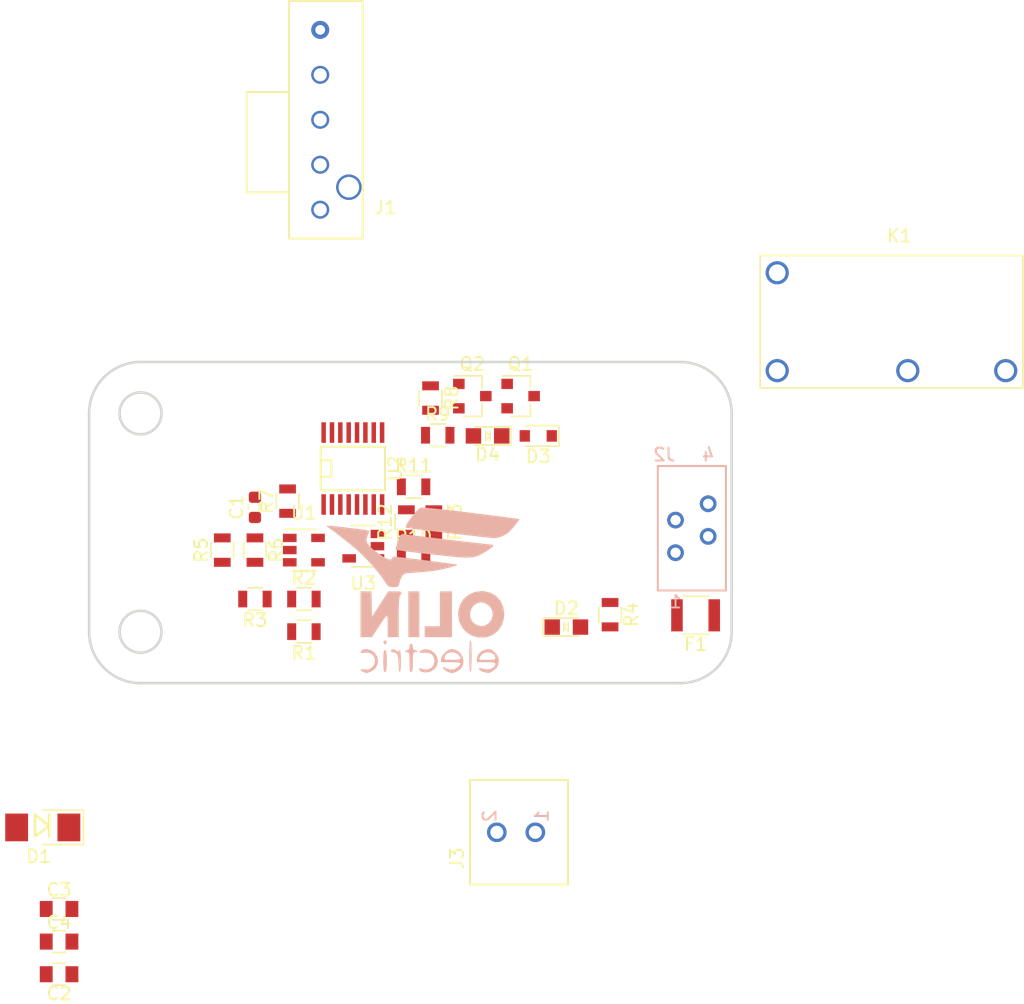
<source format=kicad_pcb>
(kicad_pcb (version 20171130) (host pcbnew 5.1.7-a382d34a8~87~ubuntu20.04.1)

  (general
    (thickness 1.6)
    (drawings 10)
    (tracks 1)
    (zones 0)
    (modules 32)
    (nets 24)
  )

  (page A4)
  (title_block
    (title "IMD Latch")
    (date 2020-01-03)
    (rev 1)
    (comment 1 "Aditya Sudhakar")
  )

  (layers
    (0 F.Cu signal)
    (31 B.Cu signal)
    (32 B.Adhes user)
    (33 F.Adhes user)
    (34 B.Paste user)
    (35 F.Paste user)
    (36 B.SilkS user hide)
    (37 F.SilkS user)
    (38 B.Mask user)
    (39 F.Mask user)
    (40 Dwgs.User user)
    (41 Cmts.User user)
    (42 Eco1.User user)
    (43 Eco2.User user)
    (44 Edge.Cuts user)
    (45 Margin user)
    (46 B.CrtYd user)
    (47 F.CrtYd user)
    (48 B.Fab user)
    (49 F.Fab user)
  )

  (setup
    (last_trace_width 0.1524)
    (user_trace_width 0.254)
    (user_trace_width 0.4064)
    (user_trace_width 0.61)
    (user_trace_width 0.762)
    (trace_clearance 0.1524)
    (zone_clearance 0.508)
    (zone_45_only yes)
    (trace_min 0.1524)
    (via_size 0.6096)
    (via_drill 0.3048)
    (via_min_size 0.6096)
    (via_min_drill 0.3048)
    (uvia_size 0.3)
    (uvia_drill 0.1)
    (uvias_allowed no)
    (uvia_min_size 0.2)
    (uvia_min_drill 0.1)
    (edge_width 0.05)
    (segment_width 0.2)
    (pcb_text_width 0.3)
    (pcb_text_size 1.5 1.5)
    (mod_edge_width 0.12)
    (mod_text_size 1 1)
    (mod_text_width 0.15)
    (pad_size 1.524 1.524)
    (pad_drill 0.762)
    (pad_to_mask_clearance 0.051)
    (solder_mask_min_width 0.25)
    (aux_axis_origin 0 0)
    (visible_elements FFFFEF7F)
    (pcbplotparams
      (layerselection 0x010fc_ffffffff)
      (usegerberextensions false)
      (usegerberattributes false)
      (usegerberadvancedattributes false)
      (creategerberjobfile false)
      (excludeedgelayer true)
      (linewidth 0.100000)
      (plotframeref false)
      (viasonmask false)
      (mode 1)
      (useauxorigin false)
      (hpglpennumber 1)
      (hpglpenspeed 20)
      (hpglpendiameter 15.000000)
      (psnegative false)
      (psa4output false)
      (plotreference true)
      (plotvalue true)
      (plotinvisibletext false)
      (padsonsilk false)
      (subtractmaskfromsilk false)
      (outputformat 1)
      (mirror false)
      (drillshape 1)
      (scaleselection 1)
      (outputdirectory ""))
  )

  (net 0 "")
  (net 1 GND)
  (net 2 /12V_Fused)
  (net 3 +12V)
  (net 4 /IMD_Output)
  (net 5 "Net-(C1-Pad1)")
  (net 6 "Net-(D2-Pad2)")
  (net 7 "Net-(D3-Pad2)")
  (net 8 "Net-(D4-Pad1)")
  (net 9 "Net-(D4-Pad2)")
  (net 10 "Net-(J3-Pad1)")
  (net 11 "Net-(J3-Pad2)")
  (net 12 /IMD_Status_Output)
  (net 13 "Net-(R1-Pad1)")
  (net 14 "Net-(R2-Pad1)")
  (net 15 "Net-(R5-Pad1)")
  (net 16 "Net-(R11-Pad1)")
  (net 17 "Net-(R12-Pad1)")
  (net 18 "Net-(U1-Pad4)")
  (net 19 "Net-(U2-Pad1)")
  (net 20 "Net-(U2-Pad2)")
  (net 21 "Net-(U2-Pad4)")
  (net 22 "Net-(U2-Pad9)")
  (net 23 "Net-(U2-Pad10)")

  (net_class Default "This is the default net class."
    (clearance 0.1524)
    (trace_width 0.1524)
    (via_dia 0.6096)
    (via_drill 0.3048)
    (uvia_dia 0.3)
    (uvia_drill 0.1)
    (add_net +12V)
    (add_net /12V_Fused)
    (add_net /IMD_Output)
    (add_net /IMD_Status_Output)
    (add_net GND)
    (add_net "Net-(C1-Pad1)")
    (add_net "Net-(D2-Pad2)")
    (add_net "Net-(D3-Pad2)")
    (add_net "Net-(D4-Pad1)")
    (add_net "Net-(D4-Pad2)")
    (add_net "Net-(J3-Pad1)")
    (add_net "Net-(J3-Pad2)")
    (add_net "Net-(R1-Pad1)")
    (add_net "Net-(R11-Pad1)")
    (add_net "Net-(R12-Pad1)")
    (add_net "Net-(R2-Pad1)")
    (add_net "Net-(R5-Pad1)")
    (add_net "Net-(U1-Pad4)")
    (add_net "Net-(U2-Pad1)")
    (add_net "Net-(U2-Pad10)")
    (add_net "Net-(U2-Pad2)")
    (add_net "Net-(U2-Pad4)")
    (add_net "Net-(U2-Pad9)")
  )

  (module footprints:D_0805_OEM (layer F.Cu) (tedit 5C16B918) (tstamp 5FBA1228)
    (at 223.9772 102.87 180)
    (descr "Diode SMD in 0805 package http://datasheets.avx.com/schottky.pdf")
    (tags "smd diode")
    (path /5DEEC1F4)
    (attr smd)
    (fp_text reference D3 (at 0 -1.6) (layer F.SilkS)
      (effects (font (size 1 1) (thickness 0.15)))
    )
    (fp_text value D_Schottky_Small (at 0 1.7) (layer F.Fab) hide
      (effects (font (size 1 1) (thickness 0.15)))
    )
    (fp_line (start -1.6 -0.8) (end -1.6 0.8) (layer F.SilkS) (width 0.12))
    (fp_line (start -1.7 0.88) (end -1.7 -0.88) (layer F.CrtYd) (width 0.05))
    (fp_line (start 1.7 0.88) (end -1.7 0.88) (layer F.CrtYd) (width 0.05))
    (fp_line (start 1.7 -0.88) (end 1.7 0.88) (layer F.CrtYd) (width 0.05))
    (fp_line (start -1.7 -0.88) (end 1.7 -0.88) (layer F.CrtYd) (width 0.05))
    (fp_line (start 0.2 0) (end 0.4 0) (layer F.Fab) (width 0.1))
    (fp_line (start -0.1 0) (end -0.3 0) (layer F.Fab) (width 0.1))
    (fp_line (start -0.1 -0.2) (end -0.1 0.2) (layer F.Fab) (width 0.1))
    (fp_line (start 0.2 0.2) (end 0.2 -0.2) (layer F.Fab) (width 0.1))
    (fp_line (start -0.1 0) (end 0.2 0.2) (layer F.Fab) (width 0.1))
    (fp_line (start 0.2 -0.2) (end -0.1 0) (layer F.Fab) (width 0.1))
    (fp_line (start -1 0.65) (end -1 -0.65) (layer F.Fab) (width 0.1))
    (fp_line (start 1 0.65) (end -1 0.65) (layer F.Fab) (width 0.1))
    (fp_line (start 1 -0.65) (end 1 0.65) (layer F.Fab) (width 0.1))
    (fp_line (start -1 -0.65) (end 1 -0.65) (layer F.Fab) (width 0.1))
    (fp_line (start -1.6 0.8) (end 1 0.8) (layer F.SilkS) (width 0.12))
    (fp_line (start -1.6 -0.8) (end 1 -0.8) (layer F.SilkS) (width 0.12))
    (pad 1 smd rect (at -1.05 0 180) (size 0.8 0.9) (layers F.Cu F.Paste F.Mask)
      (net 2 /12V_Fused))
    (pad 2 smd rect (at 1.05 0 180) (size 0.8 0.9) (layers F.Cu F.Paste F.Mask)
      (net 7 "Net-(D3-Pad2)"))
    (model "${LOCAL_DIR}/OEM_Preferred_Parts/3DModels/LED_0805/LED 0805 Base GREEN001_sp.wrl"
      (at (xyz 0 0 0))
      (scale (xyz 1 1 1))
      (rotate (xyz 0 0 0))
    )
  )

  (module footprints:Small_OE_Logo (layer B.Cu) (tedit 0) (tstamp 5FB9E5D0)
    (at 215.06 114.81 180)
    (fp_text reference G*** (at 0 0) (layer B.SilkS) hide
      (effects (font (size 1.524 1.524) (thickness 0.3)) (justify mirror))
    )
    (fp_text value LOGO (at 0.75 0) (layer B.SilkS) hide
      (effects (font (size 1.524 1.524) (thickness 0.3)) (justify mirror))
    )
    (fp_poly (pts (xy -4.887268 -4.682934) (xy -4.541491 -4.797067) (xy -4.288191 -5.016087) (xy -4.158836 -5.308444)
      (xy -4.148667 -5.423388) (xy -4.148667 -5.672667) (xy -4.868333 -5.672667) (xy -5.26443 -5.684317)
      (xy -5.503924 -5.725379) (xy -5.598329 -5.805013) (xy -5.559161 -5.932384) (xy -5.410548 -6.104119)
      (xy -5.178996 -6.225888) (xy -4.862919 -6.246331) (xy -4.515058 -6.163276) (xy -4.466167 -6.142977)
      (xy -4.344856 -6.128126) (xy -4.318 -6.209962) (xy -4.39668 -6.324792) (xy -4.609107 -6.422556)
      (xy -4.6355 -6.430215) (xy -4.895626 -6.496132) (xy -5.066504 -6.506217) (xy -5.221124 -6.453136)
      (xy -5.392097 -6.354214) (xy -5.670345 -6.126892) (xy -5.810488 -5.846159) (xy -5.842 -5.542766)
      (xy -5.814316 -5.347122) (xy -5.588 -5.347122) (xy -5.569339 -5.427363) (xy -5.490339 -5.474469)
      (xy -5.316475 -5.496935) (xy -5.013224 -5.503253) (xy -4.953 -5.503333) (xy -4.64945 -5.498637)
      (xy -4.42491 -5.486214) (xy -4.320767 -5.468565) (xy -4.318 -5.464984) (xy -4.349381 -5.368183)
      (xy -4.417182 -5.208954) (xy -4.578529 -5.018076) (xy -4.814485 -4.919274) (xy -5.079223 -4.907139)
      (xy -5.326917 -4.976264) (xy -5.511739 -5.121241) (xy -5.587864 -5.336661) (xy -5.588 -5.347122)
      (xy -5.814316 -5.347122) (xy -5.807925 -5.301962) (xy -5.683207 -5.086735) (xy -5.543303 -4.933702)
      (xy -5.346969 -4.754198) (xy -5.188056 -4.675671) (xy -4.993968 -4.670371) (xy -4.887268 -4.682934)) (layer B.SilkS) (width 0.01))
    (fp_poly (pts (xy -1.932538 -4.726188) (xy -1.684661 -4.901753) (xy -1.478323 -5.134749) (xy -1.363776 -5.376244)
      (xy -1.354667 -5.452533) (xy -1.354667 -5.672667) (xy -2.116667 -5.672667) (xy -2.503186 -5.682109)
      (xy -2.762344 -5.708977) (xy -2.875284 -5.751079) (xy -2.878667 -5.761182) (xy -2.823598 -5.876111)
      (xy -2.68918 -6.03884) (xy -2.670849 -6.057515) (xy -2.393472 -6.225031) (xy -2.066651 -6.260931)
      (xy -1.753376 -6.160221) (xy -1.712172 -6.133532) (xy -1.576319 -6.049174) (xy -1.528838 -6.070057)
      (xy -1.524 -6.137852) (xy -1.595868 -6.248565) (xy -1.771582 -6.370142) (xy -1.991309 -6.470064)
      (xy -2.195212 -6.51581) (xy -2.219781 -6.516019) (xy -2.366648 -6.481827) (xy -2.581023 -6.402737)
      (xy -2.606669 -6.391774) (xy -2.886636 -6.194025) (xy -3.045364 -5.922379) (xy -3.091552 -5.61152)
      (xy -3.052327 -5.396948) (xy -2.873505 -5.396948) (xy -2.762612 -5.46695) (xy -2.504912 -5.498319)
      (xy -2.243667 -5.503333) (xy -1.917488 -5.498742) (xy -1.725999 -5.479308) (xy -1.634675 -5.436538)
      (xy -1.608992 -5.361937) (xy -1.608667 -5.347122) (xy -1.680692 -5.128172) (xy -1.865875 -4.976701)
      (xy -2.117876 -4.903314) (xy -2.390357 -4.918617) (xy -2.636978 -5.033217) (xy -2.706035 -5.095965)
      (xy -2.850382 -5.277043) (xy -2.873505 -5.396948) (xy -3.052327 -5.396948) (xy -3.033897 -5.296137)
      (xy -2.881095 -5.010916) (xy -2.641845 -4.790544) (xy -2.324842 -4.669708) (xy -2.1717 -4.656983)
      (xy -1.932538 -4.726188)) (layer B.SilkS) (width 0.01))
    (fp_poly (pts (xy 0.093472 -4.712103) (xy 0.133479 -4.72888) (xy 0.305686 -4.833377) (xy 0.318879 -4.907815)
      (xy 0.182226 -4.941854) (xy -0.045895 -4.931187) (xy -0.412527 -4.951098) (xy -0.67385 -5.098694)
      (xy -0.819287 -5.365185) (xy -0.846667 -5.596613) (xy -0.773769 -5.902594) (xy -0.581952 -6.128038)
      (xy -0.31153 -6.250015) (xy -0.002818 -6.245593) (xy 0.174899 -6.177688) (xy 0.302585 -6.133852)
      (xy 0.338589 -6.207469) (xy 0.338667 -6.215024) (xy 0.315694 -6.328308) (xy 0.217763 -6.399119)
      (xy 0.001352 -6.455985) (xy -0.042333 -6.464744) (xy -0.312989 -6.464801) (xy -0.560637 -6.398688)
      (xy -0.879957 -6.177809) (xy -1.060542 -5.861645) (xy -1.100667 -5.575657) (xy -1.027281 -5.237558)
      (xy -0.832745 -4.955786) (xy -0.555488 -4.756707) (xy -0.233939 -4.66669) (xy 0.093472 -4.712103)) (layer B.SilkS) (width 0.01))
    (fp_poly (pts (xy 4.776742 -4.708058) (xy 4.893504 -4.812136) (xy 4.910667 -4.875275) (xy 4.857515 -4.951498)
      (xy 4.680796 -4.944969) (xy 4.659781 -4.940923) (xy 4.288247 -4.928926) (xy 4.005546 -5.055616)
      (xy 3.852077 -5.249829) (xy 3.765752 -5.572563) (xy 3.847327 -5.877873) (xy 4.025467 -6.09957)
      (xy 4.203218 -6.224975) (xy 4.410118 -6.257097) (xy 4.568637 -6.242655) (xy 4.804526 -6.234423)
      (xy 4.902729 -6.278818) (xy 4.852003 -6.358361) (xy 4.693488 -6.436762) (xy 4.514672 -6.498192)
      (xy 4.383377 -6.504497) (xy 4.219001 -6.450405) (xy 4.096029 -6.397674) (xy 3.777918 -6.179162)
      (xy 3.597983 -5.863509) (xy 3.556 -5.560694) (xy 3.631656 -5.218059) (xy 3.832617 -4.935052)
      (xy 4.119876 -4.738919) (xy 4.454422 -4.656907) (xy 4.776742 -4.708058)) (layer B.SilkS) (width 0.01))
    (fp_poly (pts (xy -3.60576 -4.061396) (xy -3.579321 -4.297491) (xy -3.562394 -4.672484) (xy -3.556024 -5.171235)
      (xy -3.556 -5.207) (xy -3.56166 -5.713154) (xy -3.577942 -6.096516) (xy -3.603804 -6.341951)
      (xy -3.6382 -6.434321) (xy -3.640667 -6.434667) (xy -3.675574 -6.352604) (xy -3.702013 -6.116508)
      (xy -3.718939 -5.741516) (xy -3.72531 -5.242764) (xy -3.725333 -5.207) (xy -3.719674 -4.700846)
      (xy -3.703392 -4.317483) (xy -3.67753 -4.072048) (xy -3.643133 -3.979679) (xy -3.640667 -3.979333)
      (xy -3.60576 -4.061396)) (layer B.SilkS) (width 0.01))
    (fp_poly (pts (xy 1.074493 -4.309061) (xy 1.100667 -4.487333) (xy 1.127277 -4.673253) (xy 1.226288 -4.738713)
      (xy 1.27 -4.741333) (xy 1.40758 -4.776789) (xy 1.439333 -4.826) (xy 1.368421 -4.89479)
      (xy 1.27 -4.910667) (xy 1.189548 -4.923399) (xy 1.139556 -4.983082) (xy 1.112863 -5.121946)
      (xy 1.102306 -5.372219) (xy 1.100667 -5.672667) (xy 1.095717 -6.044416) (xy 1.077654 -6.275974)
      (xy 1.041655 -6.396278) (xy 0.982896 -6.434265) (xy 0.973667 -6.434667) (xy 0.911708 -6.404971)
      (xy 0.873115 -6.296594) (xy 0.853065 -6.080597) (xy 0.846733 -5.728041) (xy 0.846667 -5.672667)
      (xy 0.843837 -5.310632) (xy 0.830574 -5.085669) (xy 0.799715 -4.96555) (xy 0.744099 -4.918046)
      (xy 0.677333 -4.910667) (xy 0.539753 -4.87521) (xy 0.508 -4.826) (xy 0.578912 -4.75721)
      (xy 0.677333 -4.741333) (xy 0.80128 -4.701417) (xy 0.84492 -4.5529) (xy 0.846667 -4.487333)
      (xy 0.884531 -4.285681) (xy 0.973667 -4.233333) (xy 1.074493 -4.309061)) (layer B.SilkS) (width 0.01))
    (fp_poly (pts (xy 2.535186 -4.745512) (xy 2.54 -4.783667) (xy 2.466562 -4.885909) (xy 2.331312 -4.910667)
      (xy 2.1538 -4.95385) (xy 2.036483 -5.097382) (xy 1.970662 -5.362237) (xy 1.947637 -5.769387)
      (xy 1.947333 -5.836434) (xy 1.936241 -6.142581) (xy 1.906469 -6.354373) (xy 1.863277 -6.434653)
      (xy 1.862667 -6.434667) (xy 1.823335 -6.354171) (xy 1.794898 -6.12895) (xy 1.779797 -5.783397)
      (xy 1.778 -5.588) (xy 1.786049 -5.19468) (xy 1.808572 -4.910316) (xy 1.843127 -4.759305)
      (xy 1.862667 -4.741333) (xy 1.942724 -4.807369) (xy 1.947333 -4.839122) (xy 1.996241 -4.86939)
      (xy 2.102167 -4.796789) (xy 2.285367 -4.683687) (xy 2.446675 -4.666086) (xy 2.535186 -4.745512)) (layer B.SilkS) (width 0.01))
    (fp_poly (pts (xy 3.064889 -4.769311) (xy 3.102911 -4.871814) (xy 3.123911 -5.076693) (xy 3.132065 -5.411801)
      (xy 3.132667 -5.588) (xy 3.12847 -5.982818) (xy 3.113094 -6.2363) (xy 3.082362 -6.376296)
      (xy 3.032096 -6.43066) (xy 3.005667 -6.434667) (xy 2.946444 -6.406688) (xy 2.908422 -6.304185)
      (xy 2.887422 -6.099306) (xy 2.879268 -5.764199) (xy 2.878667 -5.588) (xy 2.882863 -5.193182)
      (xy 2.898239 -4.9397) (xy 2.928971 -4.799703) (xy 2.979237 -4.74534) (xy 3.005667 -4.741333)
      (xy 3.064889 -4.769311)) (layer B.SilkS) (width 0.01))
    (fp_poly (pts (xy 3.117973 -4.044545) (xy 3.132667 -4.101336) (xy 3.085795 -4.239919) (xy 2.985767 -4.287024)
      (xy 2.932809 -4.259254) (xy 2.877777 -4.12465) (xy 2.92838 -4.007001) (xy 3.005667 -3.979333)
      (xy 3.117973 -4.044545)) (layer B.SilkS) (width 0.01))
    (fp_poly (pts (xy -3.941187 -0.218908) (xy -3.468972 -0.436496) (xy -3.090455 -0.774977) (xy -2.8254 -1.214581)
      (xy -2.693573 -1.735535) (xy -2.68252 -1.947333) (xy -2.758867 -2.487242) (xy -2.972977 -2.954749)
      (xy -3.302452 -3.332431) (xy -3.724895 -3.602863) (xy -4.217908 -3.748622) (xy -4.759095 -3.752284)
      (xy -4.95674 -3.716543) (xy -5.423536 -3.526867) (xy -5.805322 -3.206739) (xy -6.083315 -2.781555)
      (xy -6.238732 -2.276708) (xy -6.260284 -2.009842) (xy -5.375176 -2.009842) (xy -5.281483 -2.352587)
      (xy -5.076007 -2.635802) (xy -4.783996 -2.822604) (xy -4.487333 -2.878034) (xy -4.270321 -2.83391)
      (xy -4.027773 -2.726581) (xy -4.009229 -2.715569) (xy -3.752506 -2.474875) (xy -3.622894 -2.172149)
      (xy -3.610028 -1.844223) (xy -3.703543 -1.527929) (xy -3.893073 -1.2601) (xy -4.168254 -1.077567)
      (xy -4.487333 -1.016633) (xy -4.807377 -1.092651) (xy -5.098608 -1.291505) (xy -5.302112 -1.569396)
      (xy -5.331838 -1.644447) (xy -5.375176 -2.009842) (xy -6.260284 -2.009842) (xy -6.265333 -1.947333)
      (xy -6.191566 -1.385854) (xy -5.980879 -0.909324) (xy -5.649192 -0.533912) (xy -5.21243 -0.275783)
      (xy -4.686512 -0.151105) (xy -4.487333 -0.141985) (xy -3.941187 -0.218908)) (layer B.SilkS) (width 0.01))
    (fp_poly (pts (xy -1.27 -2.878667) (xy -0.084667 -2.878667) (xy -0.084667 -3.725333) (xy -2.201333 -3.725333)
      (xy -2.201333 -0.169333) (xy -1.27 -0.169333) (xy -1.27 -2.878667)) (layer B.SilkS) (width 0.01))
    (fp_poly (pts (xy 1.185333 -3.725333) (xy 0.338667 -3.725333) (xy 0.338667 -0.169333) (xy 1.185333 -0.169333)
      (xy 1.185333 -3.725333)) (layer B.SilkS) (width 0.01))
    (fp_poly (pts (xy 4.910667 -3.725333) (xy 4.021667 -3.722527) (xy 3.471333 -2.878667) (xy 3.252235 -2.55031)
      (xy 3.063357 -2.281382) (xy 2.924958 -2.09978) (xy 2.8575 -2.033403) (xy 2.830849 -2.111468)
      (xy 2.809705 -2.323085) (xy 2.796755 -2.632494) (xy 2.794 -2.878667) (xy 2.794 -3.725333)
      (xy 1.947333 -3.725333) (xy 1.947333 -2.175182) (xy 1.944605 -1.594305) (xy 1.935323 -1.160007)
      (xy 1.917843 -0.849606) (xy 1.890521 -0.640421) (xy 1.851712 -0.509767) (xy 1.823026 -0.460682)
      (xy 1.726437 -0.312617) (xy 1.72859 -0.225203) (xy 1.850829 -0.182899) (xy 2.114494 -0.170163)
      (xy 2.2225 -0.169783) (xy 2.751667 -0.170233) (xy 4.021667 -2.147739) (xy 4.04552 -1.158536)
      (xy 4.069374 -0.169333) (xy 4.910667 -0.169333) (xy 4.910667 -3.725333)) (layer B.SilkS) (width 0.01))
    (fp_poly (pts (xy 7.532599 4.941623) (xy 7.509105 4.871496) (xy 7.444106 4.824012) (xy 7.279449 4.715353)
      (xy 7.014865 4.52226) (xy 6.680698 4.26848) (xy 6.307291 3.977764) (xy 5.924988 3.673858)
      (xy 5.564132 3.380511) (xy 5.255067 3.121472) (xy 5.131336 3.013918) (xy 4.670737 2.577879)
      (xy 4.190574 2.073922) (xy 3.730255 1.546893) (xy 3.329185 1.04164) (xy 3.061182 0.657924)
      (xy 2.89191 0.401051) (xy 2.765719 0.255816) (xy 2.636051 0.190199) (xy 2.456346 0.172176)
      (xy 2.353336 0.171091) (xy 2.110517 0.177463) (xy 1.985581 0.220958) (xy 1.927149 0.333925)
      (xy 1.901287 0.45568) (xy 1.814687 0.741362) (xy 1.694348 0.993977) (xy 1.624123 1.100972)
      (xy 1.545782 1.174392) (xy 1.426623 1.223083) (xy 1.23394 1.255888) (xy 0.935032 1.281652)
      (xy 0.537731 1.30676) (xy 0.06249 1.343032) (xy -0.425927 1.39278) (xy -0.860228 1.448562)
      (xy -1.098905 1.487763) (xy -1.505908 1.571657) (xy -1.890464 1.662679) (xy -2.221124 1.751975)
      (xy -2.466436 1.830689) (xy -2.594951 1.889968) (xy -2.604026 1.91153) (xy -2.516101 1.929207)
      (xy -2.285588 1.963843) (xy -1.938027 2.012203) (xy -1.498957 2.071051) (xy -0.993914 2.137152)
      (xy -0.448439 2.207271) (xy 0.111932 2.278173) (xy 0.66166 2.346624) (xy 1.175206 2.409387)
      (xy 1.627032 2.463227) (xy 1.991599 2.50491) (xy 2.24337 2.531201) (xy 2.3495 2.539028)
      (xy 2.44319 2.471777) (xy 2.455333 2.413) (xy 2.514619 2.30906) (xy 2.681574 2.312529)
      (xy 2.939839 2.41553) (xy 3.273059 2.610181) (xy 3.664878 2.888604) (xy 3.996696 3.155521)
      (xy 4.280276 3.424224) (xy 4.427763 3.656402) (xy 4.453685 3.892903) (xy 4.372572 4.174572)
      (xy 4.365382 4.191975) (xy 4.290428 4.400772) (xy 4.26516 4.534814) (xy 4.270675 4.552897)
      (xy 4.366591 4.578427) (xy 4.597773 4.617119) (xy 4.932434 4.665184) (xy 5.338783 4.718835)
      (xy 5.785033 4.774282) (xy 6.239393 4.827737) (xy 6.670076 4.875413) (xy 7.045292 4.91352)
      (xy 7.333253 4.938271) (xy 7.502169 4.945878) (xy 7.532599 4.941623)) (layer B.SilkS) (width 0.01))
    (fp_poly (pts (xy 1.728802 4.264087) (xy 1.811139 4.158934) (xy 1.90742 3.947132) (xy 1.994879 3.727072)
      (xy 2.101412 3.437105) (xy 2.170297 3.212777) (xy 2.189052 3.095718) (xy 2.186128 3.089239)
      (xy 2.087671 3.062994) (xy 1.845295 3.022744) (xy 1.483576 2.971308) (xy 1.02709 2.9115)
      (xy 0.500413 2.846138) (xy -0.071878 2.778039) (xy -0.665207 2.710018) (xy -1.254998 2.644893)
      (xy -1.816675 2.585479) (xy -2.325661 2.534595) (xy -2.75738 2.495055) (xy -3.087255 2.469677)
      (xy -3.290711 2.461278) (xy -3.293029 2.461299) (xy -3.641355 2.482417) (xy -3.970647 2.531024)
      (xy -4.163597 2.581708) (xy -4.405193 2.689313) (xy -4.686339 2.841825) (xy -4.96752 3.013932)
      (xy -5.209219 3.180324) (xy -5.371919 3.315688) (xy -5.418667 3.385615) (xy -5.349916 3.461203)
      (xy -5.288909 3.471333) (xy -5.175876 3.481135) (xy -4.91716 3.508766) (xy -4.535169 3.551565)
      (xy -4.05231 3.60687) (xy -3.49099 3.672021) (xy -2.873616 3.744357) (xy -2.222594 3.821216)
      (xy -1.560333 3.899936) (xy -0.909238 3.977858) (xy -0.291716 4.052319) (xy 0.269825 4.120658)
      (xy 0.752978 4.180215) (xy 1.135337 4.228327) (xy 1.394494 4.262335) (xy 1.494462 4.276971)
      (xy 1.632534 4.293223) (xy 1.728802 4.264087)) (layer B.SilkS) (width 0.01))
    (fp_poly (pts (xy 0.257714 6.345348) (xy 0.287891 6.337241) (xy 0.419918 6.231353) (xy 0.613626 6.023881)
      (xy 0.837239 5.754448) (xy 1.058978 5.462679) (xy 1.247068 5.188196) (xy 1.348106 5.015244)
      (xy 1.403878 4.86239) (xy 1.3526 4.793205) (xy 1.337151 4.787515) (xy 1.225061 4.768105)
      (xy 0.967022 4.732437) (xy 0.58536 4.683135) (xy 0.102402 4.622822) (xy -0.459524 4.554123)
      (xy -1.078091 4.47966) (xy -1.730972 4.402059) (xy -2.395839 4.323942) (xy -3.050365 4.247933)
      (xy -3.672224 4.176657) (xy -4.239086 4.112736) (xy -4.728626 4.058796) (xy -5.118516 4.017458)
      (xy -5.386429 3.991348) (xy -5.508546 3.98305) (xy -5.727914 4.014351) (xy -5.991812 4.086006)
      (xy -6.023847 4.097098) (xy -6.298295 4.22176) (xy -6.544692 4.374385) (xy -6.557442 4.384217)
      (xy -6.709678 4.52508) (xy -6.899804 4.729389) (xy -7.097942 4.960766) (xy -7.274217 5.182832)
      (xy -7.398751 5.359207) (xy -7.441667 5.453512) (xy -7.439416 5.45814) (xy -7.351454 5.474776)
      (xy -7.112419 5.509689) (xy -6.739327 5.560649) (xy -6.249192 5.62543) (xy -5.659029 5.7018)
      (xy -4.985853 5.787532) (xy -4.24668 5.880398) (xy -3.64876 5.954681) (xy -2.649333 6.076572)
      (xy -1.809839 6.175191) (xy -1.12259 6.251285) (xy -0.579898 6.3056) (xy -0.174075 6.338885)
      (xy 0.102566 6.351885) (xy 0.257714 6.345348)) (layer B.SilkS) (width 0.01))
  )

  (module footprints:micromatch_female_ra_4 (layer B.Cu) (tedit 59EE8038) (tstamp 5FB9E055)
    (at 234.6579 106.8832)
    (path /5DE95A3D)
    (fp_text reference J2 (at -0.8763 -2.5527) (layer B.SilkS)
      (effects (font (size 1 1) (thickness 0.15)) (justify mirror))
    )
    (fp_text value MM_F_RA_04 (at 6.35 1.27 270) (layer B.Fab) hide
      (effects (font (size 1 1) (thickness 0.15)) (justify mirror))
    )
    (fp_line (start -1.38 -1.67) (end 3.92 -1.67) (layer B.SilkS) (width 0.15))
    (fp_line (start -1.38 8.02) (end 3.92 8.02) (layer B.SilkS) (width 0.15))
    (fp_line (start -1.38 -1.67) (end -1.38 8.02) (layer B.SilkS) (width 0.15))
    (fp_line (start 3.92 -1.67) (end 3.92 8.02) (layer B.SilkS) (width 0.15))
    (fp_text user 4 (at 2.54 -2.54) (layer B.SilkS)
      (effects (font (size 1 1) (thickness 0.15)) (justify mirror))
    )
    (fp_text user 1 (at 0 8.89) (layer B.SilkS)
      (effects (font (size 1 1) (thickness 0.15)) (justify mirror))
    )
    (pad 3 thru_hole circle (at 0 2.54) (size 1.3 1.3) (drill 0.8) (layers *.Cu *.Mask)
      (net 4 /IMD_Output))
    (pad 1 thru_hole circle (at 0 5.08) (size 1.3 1.3) (drill 0.8) (layers *.Cu *.Mask)
      (net 1 GND))
    (pad 2 thru_hole circle (at 2.54 3.81) (size 1.3 1.3) (drill 0.8) (layers *.Cu *.Mask)
      (net 3 +12V))
    (pad 4 thru_hole circle (at 2.54 1.27) (size 1.3 1.3) (drill 0.8) (layers *.Cu *.Mask)
      (net 1 GND))
  )

  (module footprints:C_0603_1608Metric (layer F.Cu) (tedit 5B301BBE) (tstamp 5FBA2977)
    (at 201.93 108.4325 90)
    (descr "Capacitor SMD 0603 (1608 Metric), square (rectangular) end terminal, IPC_7351 nominal, (Body size source: http://www.tortai-tech.com/upload/download/2011102023233369053.pdf), generated with kicad-footprint-generator")
    (tags capacitor)
    (path /5DE6EA75)
    (attr smd)
    (fp_text reference C1 (at 0 -1.43 90) (layer F.SilkS)
      (effects (font (size 1 1) (thickness 0.15)))
    )
    (fp_text value C_2.2uF (at 0 1.43 90) (layer F.Fab)
      (effects (font (size 1 1) (thickness 0.15)))
    )
    (fp_line (start -0.8 0.4) (end -0.8 -0.4) (layer F.Fab) (width 0.1))
    (fp_line (start -0.8 -0.4) (end 0.8 -0.4) (layer F.Fab) (width 0.1))
    (fp_line (start 0.8 -0.4) (end 0.8 0.4) (layer F.Fab) (width 0.1))
    (fp_line (start 0.8 0.4) (end -0.8 0.4) (layer F.Fab) (width 0.1))
    (fp_line (start -0.162779 -0.51) (end 0.162779 -0.51) (layer F.SilkS) (width 0.12))
    (fp_line (start -0.162779 0.51) (end 0.162779 0.51) (layer F.SilkS) (width 0.12))
    (fp_line (start -1.48 0.73) (end -1.48 -0.73) (layer F.CrtYd) (width 0.05))
    (fp_line (start -1.48 -0.73) (end 1.48 -0.73) (layer F.CrtYd) (width 0.05))
    (fp_line (start 1.48 -0.73) (end 1.48 0.73) (layer F.CrtYd) (width 0.05))
    (fp_line (start 1.48 0.73) (end -1.48 0.73) (layer F.CrtYd) (width 0.05))
    (fp_text user %R (at 0 0 180) (layer F.Fab)
      (effects (font (size 0.4 0.4) (thickness 0.06)))
    )
    (pad 1 smd roundrect (at -0.7875 0 90) (size 0.875 0.95) (layers F.Cu F.Paste F.Mask) (roundrect_rratio 0.25)
      (net 5 "Net-(C1-Pad1)"))
    (pad 2 smd roundrect (at 0.7875 0 90) (size 0.875 0.95) (layers F.Cu F.Paste F.Mask) (roundrect_rratio 0.25)
      (net 1 GND))
    (model ${KISYS3DMOD}/Capacitor_SMD.3dshapes/C_0603_1608Metric.wrl
      (at (xyz 0 0 0))
      (scale (xyz 1 1 1))
      (rotate (xyz 0 0 0))
    )
  )

  (module footprints:C_0805_OEM (layer F.Cu) (tedit 5C3D8347) (tstamp 5FB9E979)
    (at 186.69 144.78 180)
    (descr "Capacitor SMD 0805, reflow soldering, AVX (see smccp.pdf)")
    (tags "capacitor 0805")
    (path /5DE9D456)
    (attr smd)
    (fp_text reference C2 (at 0 -1.5) (layer F.SilkS)
      (effects (font (size 1 1) (thickness 0.15)))
    )
    (fp_text value C_10uF_16V (at 0 1.75) (layer F.Fab) hide
      (effects (font (size 1 1) (thickness 0.15)))
    )
    (fp_line (start -1 0.62) (end -1 -0.62) (layer F.Fab) (width 0.1))
    (fp_line (start 1 0.62) (end -1 0.62) (layer F.Fab) (width 0.1))
    (fp_line (start 1 -0.62) (end 1 0.62) (layer F.Fab) (width 0.1))
    (fp_line (start -1 -0.62) (end 1 -0.62) (layer F.Fab) (width 0.1))
    (fp_line (start 0.5 -0.85) (end -0.5 -0.85) (layer F.SilkS) (width 0.12))
    (fp_line (start -0.5 0.85) (end 0.5 0.85) (layer F.SilkS) (width 0.12))
    (fp_line (start -1.75 -0.88) (end 1.75 -0.88) (layer F.CrtYd) (width 0.05))
    (fp_line (start -1.75 -0.88) (end -1.75 0.87) (layer F.CrtYd) (width 0.05))
    (fp_line (start 1.75 0.87) (end 1.75 -0.88) (layer F.CrtYd) (width 0.05))
    (fp_line (start 1.75 0.87) (end -1.75 0.87) (layer F.CrtYd) (width 0.05))
    (pad 1 smd rect (at -1 0 180) (size 1 1.25) (layers F.Cu F.Paste F.Mask)
      (net 2 /12V_Fused))
    (pad 2 smd rect (at 1 0 180) (size 1 1.25) (layers F.Cu F.Paste F.Mask)
      (net 1 GND))
    (model ${LOCAL_DIR}/OEM_Preferred_Parts/3DModels/C_0805_OEM/C_0805.step
      (at (xyz 0 0 0))
      (scale (xyz 1 1 1))
      (rotate (xyz 0 0 0))
    )
    (model ${LOCAL_DIR}/OEM_Preferred_Parts/3DModels/C_0805_OEM/C_0805.step
      (at (xyz 0 0 0))
      (scale (xyz 1 1 1))
      (rotate (xyz 0 0 0))
    )
  )

  (module footprints:C_0805_OEM (layer F.Cu) (tedit 5C3D8347) (tstamp 5FB9E54F)
    (at 186.69 139.7)
    (descr "Capacitor SMD 0805, reflow soldering, AVX (see smccp.pdf)")
    (tags "capacitor 0805")
    (path /5E24B59E)
    (attr smd)
    (fp_text reference C3 (at 0 -1.5) (layer F.SilkS)
      (effects (font (size 1 1) (thickness 0.15)))
    )
    (fp_text value C_0.1uF (at 0 1.75) (layer F.Fab) hide
      (effects (font (size 1 1) (thickness 0.15)))
    )
    (fp_line (start 1.75 0.87) (end -1.75 0.87) (layer F.CrtYd) (width 0.05))
    (fp_line (start 1.75 0.87) (end 1.75 -0.88) (layer F.CrtYd) (width 0.05))
    (fp_line (start -1.75 -0.88) (end -1.75 0.87) (layer F.CrtYd) (width 0.05))
    (fp_line (start -1.75 -0.88) (end 1.75 -0.88) (layer F.CrtYd) (width 0.05))
    (fp_line (start -0.5 0.85) (end 0.5 0.85) (layer F.SilkS) (width 0.12))
    (fp_line (start 0.5 -0.85) (end -0.5 -0.85) (layer F.SilkS) (width 0.12))
    (fp_line (start -1 -0.62) (end 1 -0.62) (layer F.Fab) (width 0.1))
    (fp_line (start 1 -0.62) (end 1 0.62) (layer F.Fab) (width 0.1))
    (fp_line (start 1 0.62) (end -1 0.62) (layer F.Fab) (width 0.1))
    (fp_line (start -1 0.62) (end -1 -0.62) (layer F.Fab) (width 0.1))
    (pad 2 smd rect (at 1 0) (size 1 1.25) (layers F.Cu F.Paste F.Mask)
      (net 2 /12V_Fused))
    (pad 1 smd rect (at -1 0) (size 1 1.25) (layers F.Cu F.Paste F.Mask)
      (net 1 GND))
    (model ${LOCAL_DIR}/OEM_Preferred_Parts/3DModels/C_0805_OEM/C_0805.step
      (at (xyz 0 0 0))
      (scale (xyz 1 1 1))
      (rotate (xyz 0 0 0))
    )
    (model ${LOCAL_DIR}/OEM_Preferred_Parts/3DModels/C_0805_OEM/C_0805.step
      (at (xyz 0 0 0))
      (scale (xyz 1 1 1))
      (rotate (xyz 0 0 0))
    )
  )

  (module footprints:C_0805_OEM (layer F.Cu) (tedit 5C3D8347) (tstamp 5FB9E522)
    (at 186.69 142.24)
    (descr "Capacitor SMD 0805, reflow soldering, AVX (see smccp.pdf)")
    (tags "capacitor 0805")
    (path /5E259A2A)
    (attr smd)
    (fp_text reference C4 (at 0 -1.5) (layer F.SilkS)
      (effects (font (size 1 1) (thickness 0.15)))
    )
    (fp_text value C_0.1uF (at 0 1.75) (layer F.Fab) hide
      (effects (font (size 1 1) (thickness 0.15)))
    )
    (fp_line (start -1 0.62) (end -1 -0.62) (layer F.Fab) (width 0.1))
    (fp_line (start 1 0.62) (end -1 0.62) (layer F.Fab) (width 0.1))
    (fp_line (start 1 -0.62) (end 1 0.62) (layer F.Fab) (width 0.1))
    (fp_line (start -1 -0.62) (end 1 -0.62) (layer F.Fab) (width 0.1))
    (fp_line (start 0.5 -0.85) (end -0.5 -0.85) (layer F.SilkS) (width 0.12))
    (fp_line (start -0.5 0.85) (end 0.5 0.85) (layer F.SilkS) (width 0.12))
    (fp_line (start -1.75 -0.88) (end 1.75 -0.88) (layer F.CrtYd) (width 0.05))
    (fp_line (start -1.75 -0.88) (end -1.75 0.87) (layer F.CrtYd) (width 0.05))
    (fp_line (start 1.75 0.87) (end 1.75 -0.88) (layer F.CrtYd) (width 0.05))
    (fp_line (start 1.75 0.87) (end -1.75 0.87) (layer F.CrtYd) (width 0.05))
    (pad 1 smd rect (at -1 0) (size 1 1.25) (layers F.Cu F.Paste F.Mask)
      (net 1 GND))
    (pad 2 smd rect (at 1 0) (size 1 1.25) (layers F.Cu F.Paste F.Mask)
      (net 2 /12V_Fused))
    (model ${LOCAL_DIR}/OEM_Preferred_Parts/3DModels/C_0805_OEM/C_0805.step
      (at (xyz 0 0 0))
      (scale (xyz 1 1 1))
      (rotate (xyz 0 0 0))
    )
    (model ${LOCAL_DIR}/OEM_Preferred_Parts/3DModels/C_0805_OEM/C_0805.step
      (at (xyz 0 0 0))
      (scale (xyz 1 1 1))
      (rotate (xyz 0 0 0))
    )
  )

  (module footprints:DO-214AA (layer F.Cu) (tedit 5C16B7E3) (tstamp 5FB9E581)
    (at 185.42 133.35 180)
    (descr "http://www.diodes.com/datasheets/ap02001.pdf p.144")
    (tags "Diode SOD523")
    (path /5DEA1387)
    (attr smd)
    (fp_text reference D1 (at 0.3 -2.25) (layer F.SilkS)
      (effects (font (size 1 1) (thickness 0.15)))
    )
    (fp_text value D_Zener_18V (at 0 2.286) (layer F.Fab) hide
      (effects (font (size 1 1) (thickness 0.15)))
    )
    (fp_line (start 0.6 1) (end -0.5 0.1) (layer F.SilkS) (width 0.2))
    (fp_line (start 0.6 -0.7) (end 0.6 1) (layer F.SilkS) (width 0.2))
    (fp_line (start -0.5 0.1) (end 0.6 -0.7) (layer F.SilkS) (width 0.2))
    (fp_line (start -0.5 -0.7) (end -0.5 1) (layer F.SilkS) (width 0.2))
    (fp_line (start -3.175 -1.3335) (end -3.175 1.3335) (layer F.SilkS) (width 0.12))
    (fp_line (start 3.302 -1.4605) (end 3.302 1.4605) (layer F.CrtYd) (width 0.05))
    (fp_line (start -3.302 -1.4605) (end 3.302 -1.4605) (layer F.CrtYd) (width 0.05))
    (fp_line (start -3.302 -1.4605) (end -3.302 1.4605) (layer F.CrtYd) (width 0.05))
    (fp_line (start -3.302 1.4605) (end 3.302 1.4605) (layer F.CrtYd) (width 0.05))
    (fp_line (start 2.3749 -1.9685) (end 2.3749 1.9685) (layer F.Fab) (width 0.1))
    (fp_line (start -2.3749 -1.9685) (end 2.3749 -1.9685) (layer F.Fab) (width 0.1))
    (fp_line (start -2.3749 -1.9685) (end -2.3749 1.9685) (layer F.Fab) (width 0.1))
    (fp_line (start 2.3749 1.9685) (end -2.3749 1.9685) (layer F.Fab) (width 0.1))
    (fp_line (start -3.175 1.3335) (end 0 1.3335) (layer F.SilkS) (width 0.12))
    (fp_line (start -3.175 -1.3335) (end 0 -1.3335) (layer F.SilkS) (width 0.12))
    (pad 2 smd rect (at 2.032 0) (size 1.778 2.159) (layers F.Cu F.Paste F.Mask)
      (net 1 GND))
    (pad 1 smd rect (at -2.032 0) (size 1.778 2.159) (layers F.Cu F.Paste F.Mask)
      (net 2 /12V_Fused))
    (model ${LOCAL_DIR}/OEM_Preferred_Parts/3DModels/DO_214AA_OEM/DO_214AA.wrl
      (at (xyz 0 0 0))
      (scale (xyz 1 1 1))
      (rotate (xyz 0 0 0))
    )
  )

  (module footprints:LED_0805_OEM (layer F.Cu) (tedit 5C3D84D8) (tstamp 5FBA1122)
    (at 226.1616 117.7544)
    (descr "LED 0805 smd package")
    (tags "LED led 0805 SMD smd SMT smt smdled SMDLED smtled SMTLED")
    (path /5DE9BF36)
    (attr smd)
    (fp_text reference D2 (at 0 -1.45) (layer F.SilkS)
      (effects (font (size 1 1) (thickness 0.15)))
    )
    (fp_text value LED_0805 (at 0.508 2.032) (layer F.Fab) hide
      (effects (font (size 1 1) (thickness 0.15)))
    )
    (fp_line (start -0.2 0.35) (end -0.2 0) (layer F.SilkS) (width 0.1))
    (fp_line (start -0.2 0) (end -0.2 -0.35) (layer F.SilkS) (width 0.1))
    (fp_line (start 0.15 0.35) (end -0.2 0) (layer F.SilkS) (width 0.1))
    (fp_line (start 0.15 0.3) (end 0.15 0.35) (layer F.SilkS) (width 0.1))
    (fp_line (start 0.15 0.35) (end 0.15 0.3) (layer F.SilkS) (width 0.1))
    (fp_line (start 0.15 -0.35) (end 0.15 0.3) (layer F.SilkS) (width 0.1))
    (fp_line (start 0.1 -0.3) (end 0.15 -0.35) (layer F.SilkS) (width 0.1))
    (fp_line (start -0.2 0) (end 0.1 -0.3) (layer F.SilkS) (width 0.1))
    (fp_line (start -1.8 -0.7) (end -1.8 0.7) (layer F.SilkS) (width 0.12))
    (fp_line (start 1 0.6) (end -1 0.6) (layer F.Fab) (width 0.1))
    (fp_line (start 1 -0.6) (end 1 0.6) (layer F.Fab) (width 0.1))
    (fp_line (start -1 -0.6) (end 1 -0.6) (layer F.Fab) (width 0.1))
    (fp_line (start -1 0.6) (end -1 -0.6) (layer F.Fab) (width 0.1))
    (fp_line (start -1.8 0.7) (end 1 0.7) (layer F.SilkS) (width 0.12))
    (fp_line (start -1.8 -0.7) (end 1 -0.7) (layer F.SilkS) (width 0.12))
    (fp_line (start 1.95 -0.85) (end 1.95 0.85) (layer F.CrtYd) (width 0.05))
    (fp_line (start 1.95 0.85) (end -1.95 0.85) (layer F.CrtYd) (width 0.05))
    (fp_line (start -1.95 0.85) (end -1.95 -0.85) (layer F.CrtYd) (width 0.05))
    (fp_line (start -1.95 -0.85) (end 1.95 -0.85) (layer F.CrtYd) (width 0.05))
    (pad 2 smd rect (at 1.1 0 180) (size 1.2 1.2) (layers F.Cu F.Paste F.Mask)
      (net 6 "Net-(D2-Pad2)"))
    (pad 1 smd rect (at -1.1 0 180) (size 1.2 1.2) (layers F.Cu F.Paste F.Mask)
      (net 1 GND))
    (model "${LOCAL_DIR}/OEM_Preferred_Parts/3DModels/LED_0805/LED 0805 Base GREEN001_sp.wrl"
      (at (xyz 0 0 0))
      (scale (xyz 1 1 1))
      (rotate (xyz 0 0 180))
    )
    (model "${LOCAL_DIR}/OEM_Preferred_Parts/3DModels/LED_0805/LED 0805 Base GREEN001_sp.step"
      (at (xyz 0 0 0))
      (scale (xyz 1 1 1))
      (rotate (xyz 0 0 0))
    )
  )

  (module footprints:LED_0805_OEM (layer F.Cu) (tedit 5C3D84D8) (tstamp 5FBA1299)
    (at 220.0324 102.87 180)
    (descr "LED 0805 smd package")
    (tags "LED led 0805 SMD smd SMT smt smdled SMDLED smtled SMTLED")
    (path /5DED63DE)
    (attr smd)
    (fp_text reference D4 (at 0 -1.45) (layer F.SilkS)
      (effects (font (size 1 1) (thickness 0.15)))
    )
    (fp_text value LED_0805 (at 0.508 2.032) (layer F.Fab) hide
      (effects (font (size 1 1) (thickness 0.15)))
    )
    (fp_line (start -1.95 -0.85) (end 1.95 -0.85) (layer F.CrtYd) (width 0.05))
    (fp_line (start -1.95 0.85) (end -1.95 -0.85) (layer F.CrtYd) (width 0.05))
    (fp_line (start 1.95 0.85) (end -1.95 0.85) (layer F.CrtYd) (width 0.05))
    (fp_line (start 1.95 -0.85) (end 1.95 0.85) (layer F.CrtYd) (width 0.05))
    (fp_line (start -1.8 -0.7) (end 1 -0.7) (layer F.SilkS) (width 0.12))
    (fp_line (start -1.8 0.7) (end 1 0.7) (layer F.SilkS) (width 0.12))
    (fp_line (start -1 0.6) (end -1 -0.6) (layer F.Fab) (width 0.1))
    (fp_line (start -1 -0.6) (end 1 -0.6) (layer F.Fab) (width 0.1))
    (fp_line (start 1 -0.6) (end 1 0.6) (layer F.Fab) (width 0.1))
    (fp_line (start 1 0.6) (end -1 0.6) (layer F.Fab) (width 0.1))
    (fp_line (start -1.8 -0.7) (end -1.8 0.7) (layer F.SilkS) (width 0.12))
    (fp_line (start -0.2 0) (end 0.1 -0.3) (layer F.SilkS) (width 0.1))
    (fp_line (start 0.1 -0.3) (end 0.15 -0.35) (layer F.SilkS) (width 0.1))
    (fp_line (start 0.15 -0.35) (end 0.15 0.3) (layer F.SilkS) (width 0.1))
    (fp_line (start 0.15 0.35) (end 0.15 0.3) (layer F.SilkS) (width 0.1))
    (fp_line (start 0.15 0.3) (end 0.15 0.35) (layer F.SilkS) (width 0.1))
    (fp_line (start 0.15 0.35) (end -0.2 0) (layer F.SilkS) (width 0.1))
    (fp_line (start -0.2 0) (end -0.2 -0.35) (layer F.SilkS) (width 0.1))
    (fp_line (start -0.2 0.35) (end -0.2 0) (layer F.SilkS) (width 0.1))
    (pad 1 smd rect (at -1.1 0) (size 1.2 1.2) (layers F.Cu F.Paste F.Mask)
      (net 8 "Net-(D4-Pad1)"))
    (pad 2 smd rect (at 1.1 0) (size 1.2 1.2) (layers F.Cu F.Paste F.Mask)
      (net 9 "Net-(D4-Pad2)"))
    (model "${LOCAL_DIR}/OEM_Preferred_Parts/3DModels/LED_0805/LED 0805 Base GREEN001_sp.wrl"
      (at (xyz 0 0 0))
      (scale (xyz 1 1 1))
      (rotate (xyz 0 0 180))
    )
    (model "${LOCAL_DIR}/OEM_Preferred_Parts/3DModels/LED_0805/LED 0805 Base GREEN001_sp.step"
      (at (xyz 0 0 0))
      (scale (xyz 1 1 1))
      (rotate (xyz 0 0 0))
    )
  )

  (module footprints:Fuse_1210 (layer F.Cu) (tedit 5C16ABC6) (tstamp 5FB9E0E4)
    (at 236.22 116.84 180)
    (descr "Resistor SMD 1210, reflow soldering, Vishay (see dcrcw.pdf)")
    (tags "resistor 1210")
    (path /5DE9DA77)
    (attr smd)
    (fp_text reference F1 (at 0 -2.25) (layer F.SilkS)
      (effects (font (size 1 1) (thickness 0.15)))
    )
    (fp_text value F_500mA_16V (at 0 2.4) (layer F.Fab) hide
      (effects (font (size 1 1) (thickness 0.15)))
    )
    (fp_line (start -1.6 1.25) (end -1.6 -1.25) (layer F.Fab) (width 0.1))
    (fp_line (start 1.6 1.25) (end -1.6 1.25) (layer F.Fab) (width 0.1))
    (fp_line (start 1.6 -1.25) (end 1.6 1.25) (layer F.Fab) (width 0.1))
    (fp_line (start -1.6 -1.25) (end 1.6 -1.25) (layer F.Fab) (width 0.1))
    (fp_line (start 1 1.48) (end -1 1.48) (layer F.SilkS) (width 0.12))
    (fp_line (start -1 -1.48) (end 1 -1.48) (layer F.SilkS) (width 0.12))
    (fp_line (start -2.15 -1.5) (end 2.15 -1.5) (layer F.CrtYd) (width 0.05))
    (fp_line (start -2.15 -1.5) (end -2.15 1.5) (layer F.CrtYd) (width 0.05))
    (fp_line (start 2.15 1.5) (end 2.15 -1.5) (layer F.CrtYd) (width 0.05))
    (fp_line (start 2.15 1.5) (end -2.15 1.5) (layer F.CrtYd) (width 0.05))
    (pad 1 smd rect (at -1.45 0 180) (size 0.9 2.5) (layers F.Cu F.Paste F.Mask)
      (net 3 +12V))
    (pad 2 smd rect (at 1.45 0 180) (size 0.9 2.5) (layers F.Cu F.Paste F.Mask)
      (net 2 /12V_Fused))
    (model ${LOCAL_DIR}/OEM_Preferred_Parts/3DModels/Fuse_1210_OEM/Fuse1210.wrl
      (at (xyz 0 0 0))
      (scale (xyz 1 1 1))
      (rotate (xyz 0 0 0))
    )
  )

  (module footprints:Ultrafit_5 (layer F.Cu) (tedit 5C9D72DE) (tstamp 5FB9E2FA)
    (at 207.01 80.01)
    (path /5DE61DDC)
    (fp_text reference J1 (at 5.08 5.08) (layer F.SilkS)
      (effects (font (size 1 1) (thickness 0.15)))
    )
    (fp_text value UF_5_VT (at 4.572 0.508 90) (layer F.Fab) hide
      (effects (font (size 1 1) (thickness 0.15)))
    )
    (fp_line (start -5.588 -3.81) (end -2.54 -3.81) (layer F.Fab) (width 0.15))
    (fp_line (start -2.54 -3.81) (end -2.54 3.81) (layer F.Fab) (width 0.15))
    (fp_line (start -2.54 3.81) (end -5.588 3.81) (layer F.Fab) (width 0.15))
    (fp_line (start -5.588 3.81) (end -5.588 -3.81) (layer F.Fab) (width 0.15))
    (fp_line (start -2.42 -3.9) (end -5.73 -3.9) (layer F.SilkS) (width 0.15))
    (fp_line (start -5.73 -3.9) (end -5.73 3.9) (layer F.SilkS) (width 0.15))
    (fp_line (start -5.73 3.9) (end -2.42 3.9) (layer F.SilkS) (width 0.15))
    (fp_line (start -2.42 7.5) (end 3.302 7.5) (layer F.SilkS) (width 0.15))
    (fp_line (start -2.42 -11) (end 3.302 -11) (layer F.SilkS) (width 0.15))
    (fp_line (start -2.42 7.5) (end -2.42 -11) (layer F.SilkS) (width 0.15))
    (fp_line (start 3.302 7.5) (end 3.302 -11) (layer F.SilkS) (width 0.15))
    (fp_text user "6.55mm Clearance" (at -4.07 0 90) (layer F.Fab)
      (effects (font (size 0.5 0.5) (thickness 0.08)))
    )
    (pad 2 thru_hole circle (at 0 1.75) (size 1.397 1.397) (drill 1.02) (layers *.Cu *.Mask)
      (net 1 GND))
    (pad 1 thru_hole circle (at 0 5.25) (size 1.397 1.397) (drill 1.02) (layers *.Cu *.Mask)
      (net 4 /IMD_Output))
    (pad "" thru_hole circle (at 2.23 3.5) (size 1.981 1.981) (drill 1.6) (layers *.Cu *.Mask))
    (pad 3 thru_hole circle (at 0 -1.75 180) (size 1.397 1.397) (drill 1.02) (layers *.Cu *.Mask)
      (net 2 /12V_Fused))
    (pad 4 thru_hole circle (at 0 -5.25 180) (size 1.397 1.397) (drill 1.02) (layers *.Cu *.Mask)
      (net 1 GND))
    (pad 5 thru_hole circle (at 0 -8.75) (size 1.397 1.397) (drill 0.762) (layers *.Cu *.Mask)
      (net 1 GND))
    (model ${LOCAL_DIR}/OEM_Preferred_Parts/3DModels/Ultrafit-5/COMPOUND_sp.step
      (at (xyz 0 0 0))
      (scale (xyz 1 1 1))
      (rotate (xyz 0 0 0))
    )
  )

  (module footprints:MicroFit_V_2 (layer F.Cu) (tedit 5CAFF1EE) (tstamp 5FB9DFB5)
    (at 223.7486 133.731 90)
    (path /5DF02E66)
    (fp_text reference J3 (at -2.032 -6.096 90) (layer F.SilkS)
      (effects (font (size 1 1) (thickness 0.15)))
    )
    (fp_text value MicroFit_V_2 (at 5.588 -9.652 90) (layer F.Fab)
      (effects (font (size 1 1) (thickness 0.15)))
    )
    (fp_line (start -4.064 -5.08) (end 4.064 -5.08) (layer F.SilkS) (width 0.15))
    (fp_line (start 4.064 -5.08) (end 4.064 2.54) (layer F.SilkS) (width 0.15))
    (fp_line (start 4.064 2.54) (end -4.064 2.54) (layer F.SilkS) (width 0.15))
    (fp_line (start -4.064 2.54) (end -4.064 -5.08) (layer F.SilkS) (width 0.15))
    (fp_text user 1 (at 1.27 0.508 90) (layer B.SilkS)
      (effects (font (size 1 1) (thickness 0.15)) (justify mirror))
    )
    (fp_text user 2 (at 1.27 -3.556 90) (layer B.SilkS)
      (effects (font (size 1 1) (thickness 0.15)) (justify mirror))
    )
    (pad 1 thru_hole circle (at 0 0 90) (size 1.524 1.524) (drill 1.016) (layers *.Cu *.Mask)
      (net 10 "Net-(J3-Pad1)"))
    (pad 2 thru_hole circle (at 0 -2.9972 90) (size 1.524 1.524) (drill 1.016) (layers *.Cu *.Mask)
      (net 11 "Net-(J3-Pad2)"))
    (pad "" np_thru_hole circle (at 2.159 -1.4986 90) (size 2.413 2.413) (drill 2.413) (layers *.Cu *.Mask))
    (pad "" np_thru_hole circle (at -2.159 -1.4986 90) (size 2.413 2.413) (drill 2.413) (layers *.Cu *.Mask))
    (pad "" np_thru_hole circle (at -2.9972 -3.937 90) (size 1.016 1.016) (drill 1.016) (layers *.Cu *.Mask))
    (pad "" np_thru_hole circle (at 2.9972 -3.937 90) (size 1.016 1.016) (drill 1.016) (layers *.Cu *.Mask))
    (model ${LOCAL_DIR}/OEM_Preferred_Parts/3DModels/MicroFit_V_2/MicroFit_V_2.stp
      (offset (xyz 0 1.473199977874756 5.079999923706055))
      (scale (xyz 1 1 1))
      (rotate (xyz 0 0 0))
    )
  )

  (module footprints:Relay_SPST_OMRON-G5Q-1A4_OEM (layer F.Cu) (tedit 5C9D72AF) (tstamp 5FB9E499)
    (at 242.57 97.79)
    (descr "Relay SPST-NO Omron Serie G5Q")
    (tags "Relay SPST-NO Omron Serie G5Q")
    (path /5DEEB87A)
    (fp_text reference K1 (at 9.5 -10.5 180) (layer F.SilkS)
      (effects (font (size 1 1) (thickness 0.15)))
    )
    (fp_text value G5Q-1A4-DC5-5V (at 8.8 3) (layer F.Fab) hide
      (effects (font (size 1 1) (thickness 0.15)))
    )
    (fp_line (start 0 -1) (end 0 -6.5) (layer F.Fab) (width 0.1))
    (fp_line (start 18.96 -8.81) (end 18.96 1.19) (layer F.Fab) (width 0.1))
    (fp_line (start 18.96 1.19) (end -1.18 1.19) (layer F.Fab) (width 0.1))
    (fp_line (start -1.18 1.19) (end -1.18 -8.81) (layer F.Fab) (width 0.1))
    (fp_line (start -1.18 -8.81) (end 18.96 -8.81) (layer F.Fab) (width 0.1))
    (fp_line (start -1.45 -9.05) (end 19.2 -9.05) (layer F.CrtYd) (width 0.05))
    (fp_line (start 19.2 -9.05) (end 19.2 1.45) (layer F.CrtYd) (width 0.05))
    (fp_line (start 19.2 1.45) (end -1.45 1.45) (layer F.CrtYd) (width 0.05))
    (fp_line (start -1.45 1.45) (end -1.45 -9.05) (layer F.CrtYd) (width 0.05))
    (fp_line (start 15.24 -3.81) (end 18.03 -5.21) (layer F.Fab) (width 0.12))
    (fp_line (start 17.78 -1.27) (end 17.78 -2.54) (layer F.Fab) (width 0.12))
    (fp_line (start 10.16 -1.27) (end 10.16 -3.81) (layer F.Fab) (width 0.12))
    (fp_line (start 10.16 -3.81) (end 15.24 -3.81) (layer F.Fab) (width 0.12))
    (fp_line (start 2.03 -3.05) (end 3.05 -4.06) (layer F.Fab) (width 0.12))
    (fp_line (start 2.54 -7.62) (end 1.27 -7.62) (layer F.Fab) (width 0.12))
    (fp_line (start 2.54 -4.83) (end 2.54 -7.62) (layer F.Fab) (width 0.12))
    (fp_line (start 2.54 0) (end 2.54 -2.29) (layer F.Fab) (width 0.12))
    (fp_line (start 1.27 0) (end 2.54 0) (layer F.Fab) (width 0.12))
    (fp_line (start 2.54 -2.29) (end 2.03 -2.29) (layer F.Fab) (width 0.12))
    (fp_line (start 2.03 -2.29) (end 2.03 -4.83) (layer F.Fab) (width 0.12))
    (fp_line (start 2.03 -4.83) (end 2.54 -4.83) (layer F.Fab) (width 0.12))
    (fp_line (start 2.54 -4.83) (end 3.05 -4.83) (layer F.Fab) (width 0.12))
    (fp_line (start 3.05 -4.83) (end 3.05 -2.29) (layer F.Fab) (width 0.12))
    (fp_line (start 3.05 -2.29) (end 2.54 -2.29) (layer F.Fab) (width 0.12))
    (fp_line (start -1.33 1.34) (end 19.11 1.34) (layer F.SilkS) (width 0.12))
    (fp_line (start 19.11 1.34) (end 19.11 -8.96) (layer F.SilkS) (width 0.12))
    (fp_line (start -1.33 1.34) (end -1.33 -8.96) (layer F.SilkS) (width 0.12))
    (fp_line (start -1.33 -8.96) (end 19.11 -8.96) (layer F.SilkS) (width 0.12))
    (fp_circle (center 15.24 -3.81) (end 15.24 -3.68) (layer F.Fab) (width 0.12))
    (fp_text user %R (at 9.6 -4.5) (layer F.Fab) hide
      (effects (font (size 1 1) (thickness 0.15)))
    )
    (pad 1 thru_hole circle (at 0 0 180) (size 1.8 1.8) (drill 1.3) (layers *.Cu *.Mask)
      (net 7 "Net-(D3-Pad2)"))
    (pad 2 thru_hole circle (at 10.16 0 180) (size 1.8 1.8) (drill 1.3) (layers *.Cu *.Mask)
      (net 11 "Net-(J3-Pad2)"))
    (pad 3 thru_hole circle (at 17.78 0 180) (size 1.8 1.8) (drill 1.3) (layers *.Cu *.Mask)
      (net 10 "Net-(J3-Pad1)"))
    (pad 5 thru_hole circle (at 0 -7.62 180) (size 1.8 1.8) (drill 1.3) (layers *.Cu *.Mask)
      (net 2 /12V_Fused))
    (model ${LOCAL_DIR}/OEM_Preferred_Parts/3DModels/G5Q_OEM/G5Q.step
      (at (xyz 0 0 0))
      (scale (xyz 1 1 1))
      (rotate (xyz 0 0 0))
    )
  )

  (module footprints:SOT-23F (layer F.Cu) (tedit 5C16B7BE) (tstamp 5FB9DFE6)
    (at 222.6056 99.7712)
    (descr "SOT-23, Standard")
    (tags SOT-23)
    (path /5DEDBBE2)
    (attr smd)
    (fp_text reference Q1 (at 0 -2.5) (layer F.SilkS)
      (effects (font (size 1 1) (thickness 0.15)))
    )
    (fp_text value SSM3K333R (at 0 2.5) (layer F.Fab) hide
      (effects (font (size 1 1) (thickness 0.15)))
    )
    (fp_line (start -0.7 -0.95) (end -0.7 1.5) (layer F.Fab) (width 0.1))
    (fp_line (start -0.15 -1.52) (end 0.7 -1.52) (layer F.Fab) (width 0.1))
    (fp_line (start -0.7 -0.95) (end -0.15 -1.52) (layer F.Fab) (width 0.1))
    (fp_line (start 0.7 -1.52) (end 0.7 1.52) (layer F.Fab) (width 0.1))
    (fp_line (start -0.7 1.52) (end 0.7 1.52) (layer F.Fab) (width 0.1))
    (fp_line (start 0.76 1.58) (end 0.76 0.65) (layer F.SilkS) (width 0.12))
    (fp_line (start 0.76 -1.58) (end 0.76 -0.65) (layer F.SilkS) (width 0.12))
    (fp_line (start -1.7 -1.75) (end 1.7 -1.75) (layer F.CrtYd) (width 0.05))
    (fp_line (start 1.7 -1.75) (end 1.7 1.75) (layer F.CrtYd) (width 0.05))
    (fp_line (start 1.7 1.75) (end -1.7 1.75) (layer F.CrtYd) (width 0.05))
    (fp_line (start -1.7 1.75) (end -1.7 -1.75) (layer F.CrtYd) (width 0.05))
    (fp_line (start 0.76 -1.58) (end -1.4 -1.58) (layer F.SilkS) (width 0.12))
    (fp_line (start 0.76 1.58) (end -0.7 1.58) (layer F.SilkS) (width 0.12))
    (pad 1 smd rect (at -1.05 -0.95) (size 0.9 0.8) (layers F.Cu F.Paste F.Mask)
      (net 12 /IMD_Status_Output))
    (pad 2 smd rect (at -1.05 0.95) (size 0.9 0.8) (layers F.Cu F.Paste F.Mask)
      (net 1 GND))
    (pad 3 smd rect (at 1.05 0) (size 0.9 0.8) (layers F.Cu F.Paste F.Mask)
      (net 7 "Net-(D3-Pad2)"))
    (model ${LOCAL_DIR}/OEM_Preferred_Parts/3DModels/SOT-23_OEM/SOT-23.wrl
      (at (xyz 0 0 0))
      (scale (xyz 1 1 1))
      (rotate (xyz 0 0 0))
    )
  )

  (module footprints:SOT-23F (layer F.Cu) (tedit 5C16B7BE) (tstamp 5FB9E3F4)
    (at 218.8464 99.7712)
    (descr "SOT-23, Standard")
    (tags SOT-23)
    (path /5DED4AB9)
    (attr smd)
    (fp_text reference Q2 (at 0 -2.5) (layer F.SilkS)
      (effects (font (size 1 1) (thickness 0.15)))
    )
    (fp_text value SSM3K333R (at 0 2.5) (layer F.Fab) hide
      (effects (font (size 1 1) (thickness 0.15)))
    )
    (fp_line (start -0.7 -0.95) (end -0.7 1.5) (layer F.Fab) (width 0.1))
    (fp_line (start -0.15 -1.52) (end 0.7 -1.52) (layer F.Fab) (width 0.1))
    (fp_line (start -0.7 -0.95) (end -0.15 -1.52) (layer F.Fab) (width 0.1))
    (fp_line (start 0.7 -1.52) (end 0.7 1.52) (layer F.Fab) (width 0.1))
    (fp_line (start -0.7 1.52) (end 0.7 1.52) (layer F.Fab) (width 0.1))
    (fp_line (start 0.76 1.58) (end 0.76 0.65) (layer F.SilkS) (width 0.12))
    (fp_line (start 0.76 -1.58) (end 0.76 -0.65) (layer F.SilkS) (width 0.12))
    (fp_line (start -1.7 -1.75) (end 1.7 -1.75) (layer F.CrtYd) (width 0.05))
    (fp_line (start 1.7 -1.75) (end 1.7 1.75) (layer F.CrtYd) (width 0.05))
    (fp_line (start 1.7 1.75) (end -1.7 1.75) (layer F.CrtYd) (width 0.05))
    (fp_line (start -1.7 1.75) (end -1.7 -1.75) (layer F.CrtYd) (width 0.05))
    (fp_line (start 0.76 -1.58) (end -1.4 -1.58) (layer F.SilkS) (width 0.12))
    (fp_line (start 0.76 1.58) (end -0.7 1.58) (layer F.SilkS) (width 0.12))
    (pad 1 smd rect (at -1.05 -0.95) (size 0.9 0.8) (layers F.Cu F.Paste F.Mask)
      (net 12 /IMD_Status_Output))
    (pad 2 smd rect (at -1.05 0.95) (size 0.9 0.8) (layers F.Cu F.Paste F.Mask)
      (net 1 GND))
    (pad 3 smd rect (at 1.05 0) (size 0.9 0.8) (layers F.Cu F.Paste F.Mask)
      (net 8 "Net-(D4-Pad1)"))
    (model ${LOCAL_DIR}/OEM_Preferred_Parts/3DModels/SOT-23_OEM/SOT-23.wrl
      (at (xyz 0 0 0))
      (scale (xyz 1 1 1))
      (rotate (xyz 0 0 0))
    )
  )

  (module footprints:R_0805_OEM (layer F.Cu) (tedit 5C3D844D) (tstamp 5FBA12DB)
    (at 205.74 118.11 180)
    (descr "Resistor SMD 0805, reflow soldering, Vishay (see dcrcw.pdf)")
    (tags "resistor 0805")
    (path /5DE342A3)
    (attr smd)
    (fp_text reference R1 (at 0 -1.65) (layer F.SilkS)
      (effects (font (size 1 1) (thickness 0.15)))
    )
    (fp_text value R_2.2K (at 0 1.75) (layer F.Fab) hide
      (effects (font (size 1 1) (thickness 0.15)))
    )
    (fp_line (start 1.55 0.9) (end -1.55 0.9) (layer F.CrtYd) (width 0.05))
    (fp_line (start 1.55 0.9) (end 1.55 -0.9) (layer F.CrtYd) (width 0.05))
    (fp_line (start -1.55 -0.9) (end -1.55 0.9) (layer F.CrtYd) (width 0.05))
    (fp_line (start -1.55 -0.9) (end 1.55 -0.9) (layer F.CrtYd) (width 0.05))
    (fp_line (start -0.6 -0.88) (end 0.6 -0.88) (layer F.SilkS) (width 0.12))
    (fp_line (start 0.6 0.88) (end -0.6 0.88) (layer F.SilkS) (width 0.12))
    (fp_line (start -1 -0.62) (end 1 -0.62) (layer F.Fab) (width 0.1))
    (fp_line (start 1 -0.62) (end 1 0.62) (layer F.Fab) (width 0.1))
    (fp_line (start 1 0.62) (end -1 0.62) (layer F.Fab) (width 0.1))
    (fp_line (start -1 0.62) (end -1 -0.62) (layer F.Fab) (width 0.1))
    (pad 2 smd rect (at 0.95 0 180) (size 0.7 1.3) (layers F.Cu F.Paste F.Mask)
      (net 2 /12V_Fused))
    (pad 1 smd rect (at -0.95 0 180) (size 0.7 1.3) (layers F.Cu F.Paste F.Mask)
      (net 13 "Net-(R1-Pad1)"))
    (model ${LOCAL_DIR}/OEM_Preferred_Parts/3DModels/R_0805_OEM/res0805.step
      (at (xyz 0 0 0))
      (scale (xyz 1 1 1))
      (rotate (xyz 0 0 0))
    )
    (model ${LOCAL_DIR}/OEM_Preferred_Parts/3DModels/R_0805_OEM/res0805.step
      (at (xyz 0 0 0))
      (scale (xyz 1 1 1))
      (rotate (xyz 0 0 0))
    )
  )

  (module footprints:R_0805_OEM (layer F.Cu) (tedit 5C3D844D) (tstamp 5FBA118E)
    (at 205.74 115.57)
    (descr "Resistor SMD 0805, reflow soldering, Vishay (see dcrcw.pdf)")
    (tags "resistor 0805")
    (path /5DE346DA)
    (attr smd)
    (fp_text reference R2 (at 0 -1.65) (layer F.SilkS)
      (effects (font (size 1 1) (thickness 0.15)))
    )
    (fp_text value R_300K (at 0 1.75) (layer F.Fab) hide
      (effects (font (size 1 1) (thickness 0.15)))
    )
    (fp_line (start -1 0.62) (end -1 -0.62) (layer F.Fab) (width 0.1))
    (fp_line (start 1 0.62) (end -1 0.62) (layer F.Fab) (width 0.1))
    (fp_line (start 1 -0.62) (end 1 0.62) (layer F.Fab) (width 0.1))
    (fp_line (start -1 -0.62) (end 1 -0.62) (layer F.Fab) (width 0.1))
    (fp_line (start 0.6 0.88) (end -0.6 0.88) (layer F.SilkS) (width 0.12))
    (fp_line (start -0.6 -0.88) (end 0.6 -0.88) (layer F.SilkS) (width 0.12))
    (fp_line (start -1.55 -0.9) (end 1.55 -0.9) (layer F.CrtYd) (width 0.05))
    (fp_line (start -1.55 -0.9) (end -1.55 0.9) (layer F.CrtYd) (width 0.05))
    (fp_line (start 1.55 0.9) (end 1.55 -0.9) (layer F.CrtYd) (width 0.05))
    (fp_line (start 1.55 0.9) (end -1.55 0.9) (layer F.CrtYd) (width 0.05))
    (pad 1 smd rect (at -0.95 0) (size 0.7 1.3) (layers F.Cu F.Paste F.Mask)
      (net 14 "Net-(R2-Pad1)"))
    (pad 2 smd rect (at 0.95 0) (size 0.7 1.3) (layers F.Cu F.Paste F.Mask)
      (net 13 "Net-(R1-Pad1)"))
    (model ${LOCAL_DIR}/OEM_Preferred_Parts/3DModels/R_0805_OEM/res0805.step
      (at (xyz 0 0 0))
      (scale (xyz 1 1 1))
      (rotate (xyz 0 0 0))
    )
    (model ${LOCAL_DIR}/OEM_Preferred_Parts/3DModels/R_0805_OEM/res0805.step
      (at (xyz 0 0 0))
      (scale (xyz 1 1 1))
      (rotate (xyz 0 0 0))
    )
  )

  (module footprints:R_0805_OEM (layer F.Cu) (tedit 5C3D844D) (tstamp 5FBA1161)
    (at 201.93 115.57 180)
    (descr "Resistor SMD 0805, reflow soldering, Vishay (see dcrcw.pdf)")
    (tags "resistor 0805")
    (path /5DE34F28)
    (attr smd)
    (fp_text reference R3 (at 0 -1.65) (layer F.SilkS)
      (effects (font (size 1 1) (thickness 0.15)))
    )
    (fp_text value R_604K (at 0 1.75) (layer F.Fab) hide
      (effects (font (size 1 1) (thickness 0.15)))
    )
    (fp_line (start 1.55 0.9) (end -1.55 0.9) (layer F.CrtYd) (width 0.05))
    (fp_line (start 1.55 0.9) (end 1.55 -0.9) (layer F.CrtYd) (width 0.05))
    (fp_line (start -1.55 -0.9) (end -1.55 0.9) (layer F.CrtYd) (width 0.05))
    (fp_line (start -1.55 -0.9) (end 1.55 -0.9) (layer F.CrtYd) (width 0.05))
    (fp_line (start -0.6 -0.88) (end 0.6 -0.88) (layer F.SilkS) (width 0.12))
    (fp_line (start 0.6 0.88) (end -0.6 0.88) (layer F.SilkS) (width 0.12))
    (fp_line (start -1 -0.62) (end 1 -0.62) (layer F.Fab) (width 0.1))
    (fp_line (start 1 -0.62) (end 1 0.62) (layer F.Fab) (width 0.1))
    (fp_line (start 1 0.62) (end -1 0.62) (layer F.Fab) (width 0.1))
    (fp_line (start -1 0.62) (end -1 -0.62) (layer F.Fab) (width 0.1))
    (pad 2 smd rect (at 0.95 0 180) (size 0.7 1.3) (layers F.Cu F.Paste F.Mask)
      (net 14 "Net-(R2-Pad1)"))
    (pad 1 smd rect (at -0.95 0 180) (size 0.7 1.3) (layers F.Cu F.Paste F.Mask)
      (net 1 GND))
    (model ${LOCAL_DIR}/OEM_Preferred_Parts/3DModels/R_0805_OEM/res0805.step
      (at (xyz 0 0 0))
      (scale (xyz 1 1 1))
      (rotate (xyz 0 0 0))
    )
    (model ${LOCAL_DIR}/OEM_Preferred_Parts/3DModels/R_0805_OEM/res0805.step
      (at (xyz 0 0 0))
      (scale (xyz 1 1 1))
      (rotate (xyz 0 0 0))
    )
  )

  (module footprints:R_0805_OEM (layer F.Cu) (tedit 5C3D844D) (tstamp 5FBA1263)
    (at 229.5652 116.7892 270)
    (descr "Resistor SMD 0805, reflow soldering, Vishay (see dcrcw.pdf)")
    (tags "resistor 0805")
    (path /5DE9CE8D)
    (attr smd)
    (fp_text reference R4 (at 0 -1.65 90) (layer F.SilkS)
      (effects (font (size 1 1) (thickness 0.15)))
    )
    (fp_text value R_1K (at 0 1.75 90) (layer F.Fab) hide
      (effects (font (size 1 1) (thickness 0.15)))
    )
    (fp_line (start 1.55 0.9) (end -1.55 0.9) (layer F.CrtYd) (width 0.05))
    (fp_line (start 1.55 0.9) (end 1.55 -0.9) (layer F.CrtYd) (width 0.05))
    (fp_line (start -1.55 -0.9) (end -1.55 0.9) (layer F.CrtYd) (width 0.05))
    (fp_line (start -1.55 -0.9) (end 1.55 -0.9) (layer F.CrtYd) (width 0.05))
    (fp_line (start -0.6 -0.88) (end 0.6 -0.88) (layer F.SilkS) (width 0.12))
    (fp_line (start 0.6 0.88) (end -0.6 0.88) (layer F.SilkS) (width 0.12))
    (fp_line (start -1 -0.62) (end 1 -0.62) (layer F.Fab) (width 0.1))
    (fp_line (start 1 -0.62) (end 1 0.62) (layer F.Fab) (width 0.1))
    (fp_line (start 1 0.62) (end -1 0.62) (layer F.Fab) (width 0.1))
    (fp_line (start -1 0.62) (end -1 -0.62) (layer F.Fab) (width 0.1))
    (pad 2 smd rect (at 0.95 0 270) (size 0.7 1.3) (layers F.Cu F.Paste F.Mask)
      (net 6 "Net-(D2-Pad2)"))
    (pad 1 smd rect (at -0.95 0 270) (size 0.7 1.3) (layers F.Cu F.Paste F.Mask)
      (net 2 /12V_Fused))
    (model ${LOCAL_DIR}/OEM_Preferred_Parts/3DModels/R_0805_OEM/res0805.step
      (at (xyz 0 0 0))
      (scale (xyz 1 1 1))
      (rotate (xyz 0 0 0))
    )
    (model ${LOCAL_DIR}/OEM_Preferred_Parts/3DModels/R_0805_OEM/res0805.step
      (at (xyz 0 0 0))
      (scale (xyz 1 1 1))
      (rotate (xyz 0 0 0))
    )
  )

  (module footprints:R_0805_OEM (layer F.Cu) (tedit 5C3D844D) (tstamp 5FB9E2C7)
    (at 199.39 111.76 90)
    (descr "Resistor SMD 0805, reflow soldering, Vishay (see dcrcw.pdf)")
    (tags "resistor 0805")
    (path /5DE30363)
    (attr smd)
    (fp_text reference R5 (at 0 -1.65 90) (layer F.SilkS)
      (effects (font (size 1 1) (thickness 0.15)))
    )
    (fp_text value R_1K (at 0 1.75 90) (layer F.Fab) hide
      (effects (font (size 1 1) (thickness 0.15)))
    )
    (fp_line (start 1.55 0.9) (end -1.55 0.9) (layer F.CrtYd) (width 0.05))
    (fp_line (start 1.55 0.9) (end 1.55 -0.9) (layer F.CrtYd) (width 0.05))
    (fp_line (start -1.55 -0.9) (end -1.55 0.9) (layer F.CrtYd) (width 0.05))
    (fp_line (start -1.55 -0.9) (end 1.55 -0.9) (layer F.CrtYd) (width 0.05))
    (fp_line (start -0.6 -0.88) (end 0.6 -0.88) (layer F.SilkS) (width 0.12))
    (fp_line (start 0.6 0.88) (end -0.6 0.88) (layer F.SilkS) (width 0.12))
    (fp_line (start -1 -0.62) (end 1 -0.62) (layer F.Fab) (width 0.1))
    (fp_line (start 1 -0.62) (end 1 0.62) (layer F.Fab) (width 0.1))
    (fp_line (start 1 0.62) (end -1 0.62) (layer F.Fab) (width 0.1))
    (fp_line (start -1 0.62) (end -1 -0.62) (layer F.Fab) (width 0.1))
    (pad 2 smd rect (at 0.95 0 90) (size 0.7 1.3) (layers F.Cu F.Paste F.Mask)
      (net 2 /12V_Fused))
    (pad 1 smd rect (at -0.95 0 90) (size 0.7 1.3) (layers F.Cu F.Paste F.Mask)
      (net 15 "Net-(R5-Pad1)"))
    (model ${LOCAL_DIR}/OEM_Preferred_Parts/3DModels/R_0805_OEM/res0805.step
      (at (xyz 0 0 0))
      (scale (xyz 1 1 1))
      (rotate (xyz 0 0 0))
    )
    (model ${LOCAL_DIR}/OEM_Preferred_Parts/3DModels/R_0805_OEM/res0805.step
      (at (xyz 0 0 0))
      (scale (xyz 1 1 1))
      (rotate (xyz 0 0 0))
    )
  )

  (module footprints:R_0805_OEM (layer F.Cu) (tedit 5C3D844D) (tstamp 5FB9E396)
    (at 201.93 111.76 270)
    (descr "Resistor SMD 0805, reflow soldering, Vishay (see dcrcw.pdf)")
    (tags "resistor 0805")
    (path /5DE30A48)
    (attr smd)
    (fp_text reference R6 (at 0 -1.65 90) (layer F.SilkS)
      (effects (font (size 1 1) (thickness 0.15)))
    )
    (fp_text value R_120K (at 0 1.75 90) (layer F.Fab) hide
      (effects (font (size 1 1) (thickness 0.15)))
    )
    (fp_line (start -1 0.62) (end -1 -0.62) (layer F.Fab) (width 0.1))
    (fp_line (start 1 0.62) (end -1 0.62) (layer F.Fab) (width 0.1))
    (fp_line (start 1 -0.62) (end 1 0.62) (layer F.Fab) (width 0.1))
    (fp_line (start -1 -0.62) (end 1 -0.62) (layer F.Fab) (width 0.1))
    (fp_line (start 0.6 0.88) (end -0.6 0.88) (layer F.SilkS) (width 0.12))
    (fp_line (start -0.6 -0.88) (end 0.6 -0.88) (layer F.SilkS) (width 0.12))
    (fp_line (start -1.55 -0.9) (end 1.55 -0.9) (layer F.CrtYd) (width 0.05))
    (fp_line (start -1.55 -0.9) (end -1.55 0.9) (layer F.CrtYd) (width 0.05))
    (fp_line (start 1.55 0.9) (end 1.55 -0.9) (layer F.CrtYd) (width 0.05))
    (fp_line (start 1.55 0.9) (end -1.55 0.9) (layer F.CrtYd) (width 0.05))
    (pad 1 smd rect (at -0.95 0 270) (size 0.7 1.3) (layers F.Cu F.Paste F.Mask)
      (net 5 "Net-(C1-Pad1)"))
    (pad 2 smd rect (at 0.95 0 270) (size 0.7 1.3) (layers F.Cu F.Paste F.Mask)
      (net 15 "Net-(R5-Pad1)"))
    (model ${LOCAL_DIR}/OEM_Preferred_Parts/3DModels/R_0805_OEM/res0805.step
      (at (xyz 0 0 0))
      (scale (xyz 1 1 1))
      (rotate (xyz 0 0 0))
    )
    (model ${LOCAL_DIR}/OEM_Preferred_Parts/3DModels/R_0805_OEM/res0805.step
      (at (xyz 0 0 0))
      (scale (xyz 1 1 1))
      (rotate (xyz 0 0 0))
    )
  )

  (module footprints:R_0805_OEM (layer F.Cu) (tedit 5C3D844D) (tstamp 5FB9E3C3)
    (at 204.47 107.95 90)
    (descr "Resistor SMD 0805, reflow soldering, Vishay (see dcrcw.pdf)")
    (tags "resistor 0805")
    (path /5DE66D2E)
    (attr smd)
    (fp_text reference R7 (at 0 -1.65 90) (layer F.SilkS)
      (effects (font (size 1 1) (thickness 0.15)))
    )
    (fp_text value R_1.82M (at 0 1.75 90) (layer F.Fab) hide
      (effects (font (size 1 1) (thickness 0.15)))
    )
    (fp_line (start 1.55 0.9) (end -1.55 0.9) (layer F.CrtYd) (width 0.05))
    (fp_line (start 1.55 0.9) (end 1.55 -0.9) (layer F.CrtYd) (width 0.05))
    (fp_line (start -1.55 -0.9) (end -1.55 0.9) (layer F.CrtYd) (width 0.05))
    (fp_line (start -1.55 -0.9) (end 1.55 -0.9) (layer F.CrtYd) (width 0.05))
    (fp_line (start -0.6 -0.88) (end 0.6 -0.88) (layer F.SilkS) (width 0.12))
    (fp_line (start 0.6 0.88) (end -0.6 0.88) (layer F.SilkS) (width 0.12))
    (fp_line (start -1 -0.62) (end 1 -0.62) (layer F.Fab) (width 0.1))
    (fp_line (start 1 -0.62) (end 1 0.62) (layer F.Fab) (width 0.1))
    (fp_line (start 1 0.62) (end -1 0.62) (layer F.Fab) (width 0.1))
    (fp_line (start -1 0.62) (end -1 -0.62) (layer F.Fab) (width 0.1))
    (pad 2 smd rect (at 0.95 0 90) (size 0.7 1.3) (layers F.Cu F.Paste F.Mask)
      (net 1 GND))
    (pad 1 smd rect (at -0.95 0 90) (size 0.7 1.3) (layers F.Cu F.Paste F.Mask)
      (net 5 "Net-(C1-Pad1)"))
    (model ${LOCAL_DIR}/OEM_Preferred_Parts/3DModels/R_0805_OEM/res0805.step
      (at (xyz 0 0 0))
      (scale (xyz 1 1 1))
      (rotate (xyz 0 0 0))
    )
    (model ${LOCAL_DIR}/OEM_Preferred_Parts/3DModels/R_0805_OEM/res0805.step
      (at (xyz 0 0 0))
      (scale (xyz 1 1 1))
      (rotate (xyz 0 0 0))
    )
  )

  (module footprints:R_0805_OEM (layer F.Cu) (tedit 5C3D844D) (tstamp 5FB9E29A)
    (at 215.5952 99.9236 270)
    (descr "Resistor SMD 0805, reflow soldering, Vishay (see dcrcw.pdf)")
    (tags "resistor 0805")
    (path /5DECDDA6)
    (attr smd)
    (fp_text reference R8 (at 0 -1.65 90) (layer F.SilkS)
      (effects (font (size 1 1) (thickness 0.15)))
    )
    (fp_text value R_604K (at 0 1.75 90) (layer F.Fab) hide
      (effects (font (size 1 1) (thickness 0.15)))
    )
    (fp_line (start -1 0.62) (end -1 -0.62) (layer F.Fab) (width 0.1))
    (fp_line (start 1 0.62) (end -1 0.62) (layer F.Fab) (width 0.1))
    (fp_line (start 1 -0.62) (end 1 0.62) (layer F.Fab) (width 0.1))
    (fp_line (start -1 -0.62) (end 1 -0.62) (layer F.Fab) (width 0.1))
    (fp_line (start 0.6 0.88) (end -0.6 0.88) (layer F.SilkS) (width 0.12))
    (fp_line (start -0.6 -0.88) (end 0.6 -0.88) (layer F.SilkS) (width 0.12))
    (fp_line (start -1.55 -0.9) (end 1.55 -0.9) (layer F.CrtYd) (width 0.05))
    (fp_line (start -1.55 -0.9) (end -1.55 0.9) (layer F.CrtYd) (width 0.05))
    (fp_line (start 1.55 0.9) (end 1.55 -0.9) (layer F.CrtYd) (width 0.05))
    (fp_line (start 1.55 0.9) (end -1.55 0.9) (layer F.CrtYd) (width 0.05))
    (pad 1 smd rect (at -0.95 0 270) (size 0.7 1.3) (layers F.Cu F.Paste F.Mask)
      (net 12 /IMD_Status_Output))
    (pad 2 smd rect (at 0.95 0 270) (size 0.7 1.3) (layers F.Cu F.Paste F.Mask)
      (net 1 GND))
    (model ${LOCAL_DIR}/OEM_Preferred_Parts/3DModels/R_0805_OEM/res0805.step
      (at (xyz 0 0 0))
      (scale (xyz 1 1 1))
      (rotate (xyz 0 0 0))
    )
    (model ${LOCAL_DIR}/OEM_Preferred_Parts/3DModels/R_0805_OEM/res0805.step
      (at (xyz 0 0 0))
      (scale (xyz 1 1 1))
      (rotate (xyz 0 0 0))
    )
  )

  (module footprints:R_0805_OEM (layer F.Cu) (tedit 5C3D844D) (tstamp 5FBA2937)
    (at 216.154 102.8192)
    (descr "Resistor SMD 0805, reflow soldering, Vishay (see dcrcw.pdf)")
    (tags "resistor 0805")
    (path /5DED6DC7)
    (attr smd)
    (fp_text reference R9 (at 0 -1.65) (layer F.SilkS)
      (effects (font (size 1 1) (thickness 0.15)))
    )
    (fp_text value R_1K (at 0 1.75) (layer F.Fab) hide
      (effects (font (size 1 1) (thickness 0.15)))
    )
    (fp_line (start -1 0.62) (end -1 -0.62) (layer F.Fab) (width 0.1))
    (fp_line (start 1 0.62) (end -1 0.62) (layer F.Fab) (width 0.1))
    (fp_line (start 1 -0.62) (end 1 0.62) (layer F.Fab) (width 0.1))
    (fp_line (start -1 -0.62) (end 1 -0.62) (layer F.Fab) (width 0.1))
    (fp_line (start 0.6 0.88) (end -0.6 0.88) (layer F.SilkS) (width 0.12))
    (fp_line (start -0.6 -0.88) (end 0.6 -0.88) (layer F.SilkS) (width 0.12))
    (fp_line (start -1.55 -0.9) (end 1.55 -0.9) (layer F.CrtYd) (width 0.05))
    (fp_line (start -1.55 -0.9) (end -1.55 0.9) (layer F.CrtYd) (width 0.05))
    (fp_line (start 1.55 0.9) (end 1.55 -0.9) (layer F.CrtYd) (width 0.05))
    (fp_line (start 1.55 0.9) (end -1.55 0.9) (layer F.CrtYd) (width 0.05))
    (pad 1 smd rect (at -0.95 0) (size 0.7 1.3) (layers F.Cu F.Paste F.Mask)
      (net 2 /12V_Fused))
    (pad 2 smd rect (at 0.95 0) (size 0.7 1.3) (layers F.Cu F.Paste F.Mask)
      (net 9 "Net-(D4-Pad2)"))
    (model ${LOCAL_DIR}/OEM_Preferred_Parts/3DModels/R_0805_OEM/res0805.step
      (at (xyz 0 0 0))
      (scale (xyz 1 1 1))
      (rotate (xyz 0 0 0))
    )
    (model ${LOCAL_DIR}/OEM_Preferred_Parts/3DModels/R_0805_OEM/res0805.step
      (at (xyz 0 0 0))
      (scale (xyz 1 1 1))
      (rotate (xyz 0 0 0))
    )
  )

  (module footprints:R_0805_OEM (layer F.Cu) (tedit 5C3D844D) (tstamp 5FB9E07E)
    (at 214.2744 112.3696)
    (descr "Resistor SMD 0805, reflow soldering, Vishay (see dcrcw.pdf)")
    (tags "resistor 0805")
    (path /5DEA1AC3)
    (attr smd)
    (fp_text reference R10 (at 0 -1.65) (layer F.SilkS)
      (effects (font (size 1 1) (thickness 0.15)))
    )
    (fp_text value R_2.2K (at 0 1.75) (layer F.Fab) hide
      (effects (font (size 1 1) (thickness 0.15)))
    )
    (fp_line (start -1 0.62) (end -1 -0.62) (layer F.Fab) (width 0.1))
    (fp_line (start 1 0.62) (end -1 0.62) (layer F.Fab) (width 0.1))
    (fp_line (start 1 -0.62) (end 1 0.62) (layer F.Fab) (width 0.1))
    (fp_line (start -1 -0.62) (end 1 -0.62) (layer F.Fab) (width 0.1))
    (fp_line (start 0.6 0.88) (end -0.6 0.88) (layer F.SilkS) (width 0.12))
    (fp_line (start -0.6 -0.88) (end 0.6 -0.88) (layer F.SilkS) (width 0.12))
    (fp_line (start -1.55 -0.9) (end 1.55 -0.9) (layer F.CrtYd) (width 0.05))
    (fp_line (start -1.55 -0.9) (end -1.55 0.9) (layer F.CrtYd) (width 0.05))
    (fp_line (start 1.55 0.9) (end 1.55 -0.9) (layer F.CrtYd) (width 0.05))
    (fp_line (start 1.55 0.9) (end -1.55 0.9) (layer F.CrtYd) (width 0.05))
    (pad 1 smd rect (at -0.95 0) (size 0.7 1.3) (layers F.Cu F.Paste F.Mask)
      (net 4 /IMD_Output))
    (pad 2 smd rect (at 0.95 0) (size 0.7 1.3) (layers F.Cu F.Paste F.Mask)
      (net 1 GND))
    (model ${LOCAL_DIR}/OEM_Preferred_Parts/3DModels/R_0805_OEM/res0805.step
      (at (xyz 0 0 0))
      (scale (xyz 1 1 1))
      (rotate (xyz 0 0 0))
    )
    (model ${LOCAL_DIR}/OEM_Preferred_Parts/3DModels/R_0805_OEM/res0805.step
      (at (xyz 0 0 0))
      (scale (xyz 1 1 1))
      (rotate (xyz 0 0 0))
    )
  )

  (module footprints:R_0805_OEM (layer F.Cu) (tedit 5C3D844D) (tstamp 5FB9E177)
    (at 214.2744 106.8324)
    (descr "Resistor SMD 0805, reflow soldering, Vishay (see dcrcw.pdf)")
    (tags "resistor 0805")
    (path /5E173A0C)
    (attr smd)
    (fp_text reference R11 (at 0 -1.65) (layer F.SilkS)
      (effects (font (size 1 1) (thickness 0.15)))
    )
    (fp_text value R_2.2K (at 0 1.75) (layer F.Fab) hide
      (effects (font (size 1 1) (thickness 0.15)))
    )
    (fp_line (start -1 0.62) (end -1 -0.62) (layer F.Fab) (width 0.1))
    (fp_line (start 1 0.62) (end -1 0.62) (layer F.Fab) (width 0.1))
    (fp_line (start 1 -0.62) (end 1 0.62) (layer F.Fab) (width 0.1))
    (fp_line (start -1 -0.62) (end 1 -0.62) (layer F.Fab) (width 0.1))
    (fp_line (start 0.6 0.88) (end -0.6 0.88) (layer F.SilkS) (width 0.12))
    (fp_line (start -0.6 -0.88) (end 0.6 -0.88) (layer F.SilkS) (width 0.12))
    (fp_line (start -1.55 -0.9) (end 1.55 -0.9) (layer F.CrtYd) (width 0.05))
    (fp_line (start -1.55 -0.9) (end -1.55 0.9) (layer F.CrtYd) (width 0.05))
    (fp_line (start 1.55 0.9) (end 1.55 -0.9) (layer F.CrtYd) (width 0.05))
    (fp_line (start 1.55 0.9) (end -1.55 0.9) (layer F.CrtYd) (width 0.05))
    (pad 1 smd rect (at -0.95 0) (size 0.7 1.3) (layers F.Cu F.Paste F.Mask)
      (net 16 "Net-(R11-Pad1)"))
    (pad 2 smd rect (at 0.95 0) (size 0.7 1.3) (layers F.Cu F.Paste F.Mask)
      (net 2 /12V_Fused))
    (model ${LOCAL_DIR}/OEM_Preferred_Parts/3DModels/R_0805_OEM/res0805.step
      (at (xyz 0 0 0))
      (scale (xyz 1 1 1))
      (rotate (xyz 0 0 0))
    )
    (model ${LOCAL_DIR}/OEM_Preferred_Parts/3DModels/R_0805_OEM/res0805.step
      (at (xyz 0 0 0))
      (scale (xyz 1 1 1))
      (rotate (xyz 0 0 0))
    )
  )

  (module footprints:R_0805_OEM (layer F.Cu) (tedit 5C3D844D) (tstamp 5FBA2FF9)
    (at 213.7156 109.5756 90)
    (descr "Resistor SMD 0805, reflow soldering, Vishay (see dcrcw.pdf)")
    (tags "resistor 0805")
    (path /5E173A02)
    (attr smd)
    (fp_text reference R12 (at 0 -1.65 90) (layer F.SilkS)
      (effects (font (size 1 1) (thickness 0.15)))
    )
    (fp_text value R_300K (at 0 1.75 90) (layer F.Fab) hide
      (effects (font (size 1 1) (thickness 0.15)))
    )
    (fp_line (start 1.55 0.9) (end -1.55 0.9) (layer F.CrtYd) (width 0.05))
    (fp_line (start 1.55 0.9) (end 1.55 -0.9) (layer F.CrtYd) (width 0.05))
    (fp_line (start -1.55 -0.9) (end -1.55 0.9) (layer F.CrtYd) (width 0.05))
    (fp_line (start -1.55 -0.9) (end 1.55 -0.9) (layer F.CrtYd) (width 0.05))
    (fp_line (start -0.6 -0.88) (end 0.6 -0.88) (layer F.SilkS) (width 0.12))
    (fp_line (start 0.6 0.88) (end -0.6 0.88) (layer F.SilkS) (width 0.12))
    (fp_line (start -1 -0.62) (end 1 -0.62) (layer F.Fab) (width 0.1))
    (fp_line (start 1 -0.62) (end 1 0.62) (layer F.Fab) (width 0.1))
    (fp_line (start 1 0.62) (end -1 0.62) (layer F.Fab) (width 0.1))
    (fp_line (start -1 0.62) (end -1 -0.62) (layer F.Fab) (width 0.1))
    (pad 2 smd rect (at 0.95 0 90) (size 0.7 1.3) (layers F.Cu F.Paste F.Mask)
      (net 16 "Net-(R11-Pad1)"))
    (pad 1 smd rect (at -0.95 0 90) (size 0.7 1.3) (layers F.Cu F.Paste F.Mask)
      (net 17 "Net-(R12-Pad1)"))
    (model ${LOCAL_DIR}/OEM_Preferred_Parts/3DModels/R_0805_OEM/res0805.step
      (at (xyz 0 0 0))
      (scale (xyz 1 1 1))
      (rotate (xyz 0 0 0))
    )
    (model ${LOCAL_DIR}/OEM_Preferred_Parts/3DModels/R_0805_OEM/res0805.step
      (at (xyz 0 0 0))
      (scale (xyz 1 1 1))
      (rotate (xyz 0 0 0))
    )
  )

  (module footprints:R_0805_OEM (layer F.Cu) (tedit 5C3D844D) (tstamp 5FB9E25E)
    (at 215.8492 109.5756 270)
    (descr "Resistor SMD 0805, reflow soldering, Vishay (see dcrcw.pdf)")
    (tags "resistor 0805")
    (path /5E1739F9)
    (attr smd)
    (fp_text reference R13 (at 0 -1.65 90) (layer F.SilkS)
      (effects (font (size 1 1) (thickness 0.15)))
    )
    (fp_text value R_604K (at 0 1.75 90) (layer F.Fab) hide
      (effects (font (size 1 1) (thickness 0.15)))
    )
    (fp_line (start -1 0.62) (end -1 -0.62) (layer F.Fab) (width 0.1))
    (fp_line (start 1 0.62) (end -1 0.62) (layer F.Fab) (width 0.1))
    (fp_line (start 1 -0.62) (end 1 0.62) (layer F.Fab) (width 0.1))
    (fp_line (start -1 -0.62) (end 1 -0.62) (layer F.Fab) (width 0.1))
    (fp_line (start 0.6 0.88) (end -0.6 0.88) (layer F.SilkS) (width 0.12))
    (fp_line (start -0.6 -0.88) (end 0.6 -0.88) (layer F.SilkS) (width 0.12))
    (fp_line (start -1.55 -0.9) (end 1.55 -0.9) (layer F.CrtYd) (width 0.05))
    (fp_line (start -1.55 -0.9) (end -1.55 0.9) (layer F.CrtYd) (width 0.05))
    (fp_line (start 1.55 0.9) (end 1.55 -0.9) (layer F.CrtYd) (width 0.05))
    (fp_line (start 1.55 0.9) (end -1.55 0.9) (layer F.CrtYd) (width 0.05))
    (pad 1 smd rect (at -0.95 0 270) (size 0.7 1.3) (layers F.Cu F.Paste F.Mask)
      (net 1 GND))
    (pad 2 smd rect (at 0.95 0 270) (size 0.7 1.3) (layers F.Cu F.Paste F.Mask)
      (net 17 "Net-(R12-Pad1)"))
    (model ${LOCAL_DIR}/OEM_Preferred_Parts/3DModels/R_0805_OEM/res0805.step
      (at (xyz 0 0 0))
      (scale (xyz 1 1 1))
      (rotate (xyz 0 0 0))
    )
    (model ${LOCAL_DIR}/OEM_Preferred_Parts/3DModels/R_0805_OEM/res0805.step
      (at (xyz 0 0 0))
      (scale (xyz 1 1 1))
      (rotate (xyz 0 0 0))
    )
  )

  (module footprints:SOT-23-5_OEM (layer F.Cu) (tedit 5C16AB4D) (tstamp 5FBA11BF)
    (at 205.74 111.76)
    (descr "5-pin SOT23 package")
    (tags SOT-23-5)
    (path /5DE2ED7E)
    (attr smd)
    (fp_text reference U1 (at 0 -2.9) (layer F.SilkS)
      (effects (font (size 1 1) (thickness 0.15)))
    )
    (fp_text value TLV3701QDBVRG4Q1 (at 0 2.9) (layer F.Fab) hide
      (effects (font (size 1 1) (thickness 0.15)))
    )
    (fp_line (start -0.9 1.61) (end 0.9 1.61) (layer F.SilkS) (width 0.12))
    (fp_line (start 0.9 -1.61) (end -1.55 -1.61) (layer F.SilkS) (width 0.12))
    (fp_line (start -1.9 -1.8) (end 1.9 -1.8) (layer F.CrtYd) (width 0.05))
    (fp_line (start 1.9 -1.8) (end 1.9 1.8) (layer F.CrtYd) (width 0.05))
    (fp_line (start 1.9 1.8) (end -1.9 1.8) (layer F.CrtYd) (width 0.05))
    (fp_line (start -1.9 1.8) (end -1.9 -1.8) (layer F.CrtYd) (width 0.05))
    (fp_line (start -0.9 -0.9) (end -0.25 -1.55) (layer F.Fab) (width 0.1))
    (fp_line (start 0.9 -1.55) (end -0.25 -1.55) (layer F.Fab) (width 0.1))
    (fp_line (start -0.9 -0.9) (end -0.9 1.55) (layer F.Fab) (width 0.1))
    (fp_line (start 0.9 1.55) (end -0.9 1.55) (layer F.Fab) (width 0.1))
    (fp_line (start 0.9 -1.55) (end 0.9 1.55) (layer F.Fab) (width 0.1))
    (pad 1 smd rect (at -1.1 -0.95) (size 1.06 0.65) (layers F.Cu F.Paste F.Mask)
      (net 5 "Net-(C1-Pad1)"))
    (pad 2 smd rect (at -1.1 0) (size 1.06 0.65) (layers F.Cu F.Paste F.Mask)
      (net 1 GND))
    (pad 3 smd rect (at -1.1 0.95) (size 1.06 0.65) (layers F.Cu F.Paste F.Mask)
      (net 14 "Net-(R2-Pad1)"))
    (pad 4 smd rect (at 1.1 0.95) (size 1.06 0.65) (layers F.Cu F.Paste F.Mask)
      (net 18 "Net-(U1-Pad4)"))
    (pad 5 smd rect (at 1.1 -0.95) (size 1.06 0.65) (layers F.Cu F.Paste F.Mask)
      (net 2 /12V_Fused))
    (model "${LOCAL_DIR}/OEM_Preferred_Parts/3DModels/SOT-23-5(generic)/SOT-23-5(generic).step"
      (at (xyz 0 0 0))
      (scale (xyz 1 1 1))
      (rotate (xyz 0 0 0))
    )
  )

  (module footprints:TSSOP-16-OEM (layer F.Cu) (tedit 5A077EB6) (tstamp 5FB9E345)
    (at 209.55 105.41)
    (path /5E1ED57B)
    (attr smd)
    (fp_text reference U2 (at 3.3 0 270) (layer F.SilkS)
      (effects (font (size 1 1) (thickness 0.15)))
    )
    (fp_text value CD4043BPWR (at 0.381 -1.905) (layer F.Fab) hide
      (effects (font (size 1 1) (thickness 0.15)))
    )
    (fp_line (start -1.8 0.5) (end -2.4 0.5) (layer F.Fab) (width 0.1))
    (fp_line (start -1.8 -0.55) (end -1.8 0.5) (layer F.Fab) (width 0.1))
    (fp_line (start -2.35 -0.55) (end -1.8 -0.55) (layer F.Fab) (width 0.1))
    (fp_line (start -2.4 -1.6) (end 2.4 -1.6) (layer F.Fab) (width 0.1))
    (fp_line (start -2.4 1.6) (end -2.4 -1.6) (layer F.Fab) (width 0.1))
    (fp_line (start 2.4 1.6) (end -2.4 1.6) (layer F.Fab) (width 0.1))
    (fp_line (start 2.4 -1.6) (end 2.4 1.6) (layer F.Fab) (width 0.1))
    (fp_line (start 2.5 -1.7) (end -2.5 -1.7) (layer F.SilkS) (width 0.15))
    (fp_line (start -2.5 1.7) (end -2.5 -1.7) (layer F.SilkS) (width 0.15))
    (fp_line (start -2.43 -0.635) (end -1.668 -0.635) (layer F.SilkS) (width 0.15))
    (fp_line (start -1.668 -0.635) (end -1.668 0.635) (layer F.SilkS) (width 0.15))
    (fp_line (start -1.668 0.635) (end -2.43 0.635) (layer F.SilkS) (width 0.15))
    (fp_line (start 2.5 1.7) (end 2.5 -1.7) (layer F.SilkS) (width 0.15))
    (fp_line (start 2.5 1.7) (end -2.5 1.7) (layer F.SilkS) (width 0.15))
    (pad 1 smd rect (at -2.275 2.8) (size 0.35 1.6) (layers F.Cu F.Paste F.Mask)
      (net 19 "Net-(U2-Pad1)"))
    (pad 2 smd rect (at -1.625 2.8) (size 0.35 1.6) (layers F.Cu F.Paste F.Mask)
      (net 20 "Net-(U2-Pad2)"))
    (pad 3 smd rect (at -0.975 2.8) (size 0.35 1.6) (layers F.Cu F.Paste F.Mask)
      (net 18 "Net-(U1-Pad4)"))
    (pad 4 smd rect (at -0.325 2.8) (size 0.35 1.6) (layers F.Cu F.Paste F.Mask)
      (net 21 "Net-(U2-Pad4)"))
    (pad 5 smd rect (at 0.325 2.8) (size 0.35 1.6) (layers F.Cu F.Paste F.Mask)
      (net 2 /12V_Fused))
    (pad 6 smd rect (at 0.975 2.8) (size 0.35 1.6) (layers F.Cu F.Paste F.Mask)
      (net 1 GND))
    (pad 7 smd rect (at 1.625 2.8) (size 0.35 1.6) (layers F.Cu F.Paste F.Mask)
      (net 1 GND))
    (pad 8 smd rect (at 2.275 2.8) (size 0.35 1.6) (layers F.Cu F.Paste F.Mask)
      (net 1 GND))
    (pad 9 smd rect (at 2.275 -2.8) (size 0.35 1.6) (layers F.Cu F.Paste F.Mask)
      (net 22 "Net-(U2-Pad9)"))
    (pad 10 smd rect (at 1.625 -2.8) (size 0.35 1.6) (layers F.Cu F.Paste F.Mask)
      (net 23 "Net-(U2-Pad10)"))
    (pad 11 smd rect (at 0.975 -2.8) (size 0.35 1.6) (layers F.Cu F.Paste F.Mask)
      (net 1 GND))
    (pad 12 smd rect (at 0.325 -2.8) (size 0.35 1.6) (layers F.Cu F.Paste F.Mask)
      (net 1 GND))
    (pad 13 smd rect (at -0.325 -2.8) (size 0.35 1.6) (layers F.Cu F.Paste F.Mask)
      (net 12 /IMD_Status_Output))
    (pad 14 smd rect (at -0.975 -2.8) (size 0.35 1.6) (layers F.Cu F.Paste F.Mask)
      (net 1 GND))
    (pad 15 smd rect (at -1.625 -2.8) (size 0.35 1.6) (layers F.Cu F.Paste F.Mask)
      (net 1 GND))
    (pad 16 smd rect (at -2.275 -2.8) (size 0.35 1.6) (layers F.Cu F.Paste F.Mask)
      (net 2 /12V_Fused))
    (model /home/josh/Formula/OEM_Preferred_Parts/3DModels/TSSOP-16_OEM/TSSOP_16.wrl
      (at (xyz 0 0 0))
      (scale (xyz 1 1 1))
      (rotate (xyz 0 0 0))
    )
  )

  (module footprints:SOT-23-5_OEM (layer F.Cu) (tedit 5C16AB4D) (tstamp 5FB9E0AF)
    (at 210.3628 111.4552 180)
    (descr "5-pin SOT23 package")
    (tags SOT-23-5)
    (path /5DEA27E2)
    (attr smd)
    (fp_text reference U3 (at 0 -2.9) (layer F.SilkS)
      (effects (font (size 1 1) (thickness 0.15)))
    )
    (fp_text value TLV3701QDBVRG4Q1 (at 0 2.9) (layer F.Fab) hide
      (effects (font (size 1 1) (thickness 0.15)))
    )
    (fp_line (start 0.9 -1.55) (end 0.9 1.55) (layer F.Fab) (width 0.1))
    (fp_line (start 0.9 1.55) (end -0.9 1.55) (layer F.Fab) (width 0.1))
    (fp_line (start -0.9 -0.9) (end -0.9 1.55) (layer F.Fab) (width 0.1))
    (fp_line (start 0.9 -1.55) (end -0.25 -1.55) (layer F.Fab) (width 0.1))
    (fp_line (start -0.9 -0.9) (end -0.25 -1.55) (layer F.Fab) (width 0.1))
    (fp_line (start -1.9 1.8) (end -1.9 -1.8) (layer F.CrtYd) (width 0.05))
    (fp_line (start 1.9 1.8) (end -1.9 1.8) (layer F.CrtYd) (width 0.05))
    (fp_line (start 1.9 -1.8) (end 1.9 1.8) (layer F.CrtYd) (width 0.05))
    (fp_line (start -1.9 -1.8) (end 1.9 -1.8) (layer F.CrtYd) (width 0.05))
    (fp_line (start 0.9 -1.61) (end -1.55 -1.61) (layer F.SilkS) (width 0.12))
    (fp_line (start -0.9 1.61) (end 0.9 1.61) (layer F.SilkS) (width 0.12))
    (pad 5 smd rect (at 1.1 -0.95 180) (size 1.06 0.65) (layers F.Cu F.Paste F.Mask)
      (net 2 /12V_Fused))
    (pad 4 smd rect (at 1.1 0.95 180) (size 1.06 0.65) (layers F.Cu F.Paste F.Mask)
      (net 21 "Net-(U2-Pad4)"))
    (pad 3 smd rect (at -1.1 0.95 180) (size 1.06 0.65) (layers F.Cu F.Paste F.Mask)
      (net 17 "Net-(R12-Pad1)"))
    (pad 2 smd rect (at -1.1 0 180) (size 1.06 0.65) (layers F.Cu F.Paste F.Mask)
      (net 1 GND))
    (pad 1 smd rect (at -1.1 -0.95 180) (size 1.06 0.65) (layers F.Cu F.Paste F.Mask)
      (net 4 /IMD_Output))
    (model "${LOCAL_DIR}/OEM_Preferred_Parts/3DModels/SOT-23-5(generic)/SOT-23-5(generic).step"
      (at (xyz 0 0 0))
      (scale (xyz 1 1 1))
      (rotate (xyz 0 0 0))
    )
  )

  (gr_circle (center 193.0273 101.1174) (end 193.0273 99.48545) (layer Edge.Cuts) (width 0.2) (tstamp 5FB9E010))
  (gr_arc (start 235.0273 101.1174) (end 239.0273 101.1174) (angle -90) (layer Edge.Cuts) (width 0.2) (tstamp 5FB9E046))
  (gr_line (start 239.0273 101.1174) (end 239.0273 118.1174) (layer Edge.Cuts) (width 0.2) (tstamp 5FB9E043))
  (gr_arc (start 193.0273 101.1174) (end 193.0273 97.1174) (angle -90) (layer Edge.Cuts) (width 0.2) (tstamp 5FB9E196))
  (gr_arc (start 235.0273 118.1174) (end 235.0273 122.1174) (angle -90) (layer Edge.Cuts) (width 0.2) (tstamp 5FB9E4E4))
  (gr_line (start 193.0273 97.1174) (end 235.0273 97.1174) (layer Edge.Cuts) (width 0.2) (tstamp 5FB9E286))
  (gr_arc (start 193.0273 118.1174) (end 189.0273 118.1174) (angle -90) (layer Edge.Cuts) (width 0.2) (tstamp 5FB9E289))
  (gr_line (start 189.0273 101.1174) (end 189.0273 118.1174) (layer Edge.Cuts) (width 0.2) (tstamp 5FB9E283))
  (gr_line (start 193.0273 122.1174) (end 235.0273 122.1174) (layer Edge.Cuts) (width 0.2) (tstamp 5FBA12CA))
  (gr_circle (center 193.0273 118.1174) (end 193.0273 116.48545) (layer Edge.Cuts) (width 0.2) (tstamp 5FB9E27D))

  (segment (start 234.6579 109.64149) (end 234.6579 109.4232) (width 0.4064) (layer B.Cu) (net 4) (tstamp 5FB9E00D))

)

</source>
